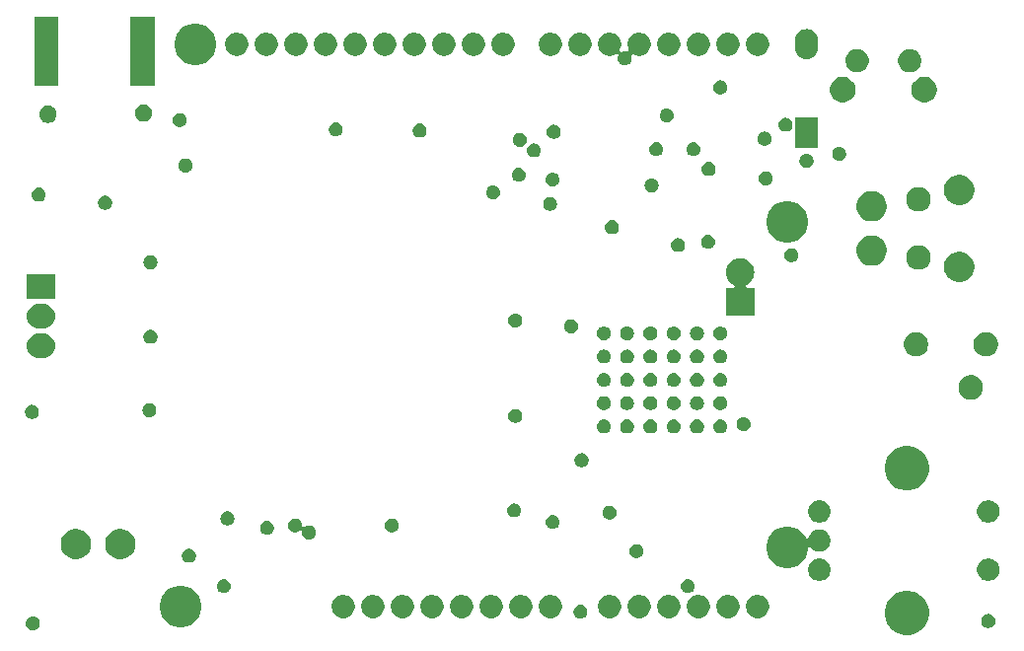
<source format=gbs>
G04 #@! TF.GenerationSoftware,KiCad,Pcbnew,5.0.1-33cea8e~68~ubuntu18.04.1*
G04 #@! TF.CreationDate,2018-11-27T01:55:08+01:00*
G04 #@! TF.ProjectId,ArduTrxDMRShield,41726475547278444D52536869656C64,x1.0*
G04 #@! TF.SameCoordinates,Original*
G04 #@! TF.FileFunction,Soldermask,Bot*
G04 #@! TF.FilePolarity,Negative*
%FSLAX46Y46*%
G04 Gerber Fmt 4.6, Leading zero omitted, Abs format (unit mm)*
G04 Created by KiCad (PCBNEW 5.0.1-33cea8e~68~ubuntu18.04.1) date Di 27 Nov 2018 01:55:08 CET*
%MOMM*%
%LPD*%
G01*
G04 APERTURE LIST*
%ADD10C,0.100000*%
G04 APERTURE END LIST*
D10*
G36*
X131554209Y-126173016D02*
X131899986Y-126316241D01*
X132211182Y-126524176D01*
X132475824Y-126788818D01*
X132683759Y-127100014D01*
X132826984Y-127445791D01*
X132900000Y-127812865D01*
X132900000Y-128187135D01*
X132826984Y-128554209D01*
X132683759Y-128899986D01*
X132475824Y-129211182D01*
X132211182Y-129475824D01*
X131899986Y-129683759D01*
X131554209Y-129826984D01*
X131187135Y-129900000D01*
X130812865Y-129900000D01*
X130445791Y-129826984D01*
X130100014Y-129683759D01*
X129788818Y-129475824D01*
X129524176Y-129211182D01*
X129316241Y-128899986D01*
X129173016Y-128554209D01*
X129100000Y-128187135D01*
X129100000Y-127812865D01*
X129173016Y-127445791D01*
X129316241Y-127100014D01*
X129524176Y-126788818D01*
X129788818Y-126524176D01*
X130100014Y-126316241D01*
X130445791Y-126173016D01*
X130812865Y-126100000D01*
X131187135Y-126100000D01*
X131554209Y-126173016D01*
X131554209Y-126173016D01*
G37*
G36*
X56175012Y-128323057D02*
X56284207Y-128368287D01*
X56382481Y-128433952D01*
X56466048Y-128517519D01*
X56531713Y-128615793D01*
X56576943Y-128724988D01*
X56600000Y-128840904D01*
X56600000Y-128959096D01*
X56576943Y-129075012D01*
X56531713Y-129184207D01*
X56466048Y-129282481D01*
X56382481Y-129366048D01*
X56284207Y-129431713D01*
X56175012Y-129476943D01*
X56059096Y-129500000D01*
X55940904Y-129500000D01*
X55824988Y-129476943D01*
X55715793Y-129431713D01*
X55617519Y-129366048D01*
X55533952Y-129282481D01*
X55468287Y-129184207D01*
X55423057Y-129075012D01*
X55400000Y-128959096D01*
X55400000Y-128840904D01*
X55423057Y-128724988D01*
X55468287Y-128615793D01*
X55533952Y-128517519D01*
X55617519Y-128433952D01*
X55715793Y-128368287D01*
X55824988Y-128323057D01*
X55940904Y-128300000D01*
X56059096Y-128300000D01*
X56175012Y-128323057D01*
X56175012Y-128323057D01*
G37*
G36*
X138175012Y-128123057D02*
X138284207Y-128168287D01*
X138382481Y-128233952D01*
X138466048Y-128317519D01*
X138531713Y-128415793D01*
X138576943Y-128524988D01*
X138600000Y-128640904D01*
X138600000Y-128759096D01*
X138576943Y-128875012D01*
X138531713Y-128984207D01*
X138466048Y-129082481D01*
X138382481Y-129166048D01*
X138284207Y-129231713D01*
X138175012Y-129276943D01*
X138059096Y-129300000D01*
X137940904Y-129300000D01*
X137824988Y-129276943D01*
X137715793Y-129231713D01*
X137617519Y-129166048D01*
X137533952Y-129082481D01*
X137468287Y-128984207D01*
X137423057Y-128875012D01*
X137400000Y-128759096D01*
X137400000Y-128640904D01*
X137423057Y-128524988D01*
X137468287Y-128415793D01*
X137533952Y-128317519D01*
X137617519Y-128233952D01*
X137715793Y-128168287D01*
X137824988Y-128123057D01*
X137940904Y-128100000D01*
X138059096Y-128100000D01*
X138175012Y-128123057D01*
X138175012Y-128123057D01*
G37*
G36*
X69191394Y-125741192D02*
X69516698Y-125875937D01*
X69809468Y-126071560D01*
X70058440Y-126320532D01*
X70254063Y-126613302D01*
X70388808Y-126938606D01*
X70457500Y-127283945D01*
X70457500Y-127636055D01*
X70388808Y-127981394D01*
X70254063Y-128306698D01*
X70058440Y-128599468D01*
X69809468Y-128848440D01*
X69516698Y-129044063D01*
X69191394Y-129178808D01*
X68846055Y-129247500D01*
X68493945Y-129247500D01*
X68148606Y-129178808D01*
X67823302Y-129044063D01*
X67530532Y-128848440D01*
X67281560Y-128599468D01*
X67085937Y-128306698D01*
X66951192Y-127981394D01*
X66882500Y-127636055D01*
X66882500Y-127283945D01*
X66951192Y-126938606D01*
X67085937Y-126613302D01*
X67281560Y-126320532D01*
X67530532Y-126071560D01*
X67823302Y-125875937D01*
X68148606Y-125741192D01*
X68493945Y-125672500D01*
X68846055Y-125672500D01*
X69191394Y-125741192D01*
X69191394Y-125741192D01*
G37*
G36*
X103175012Y-127323057D02*
X103284207Y-127368287D01*
X103382481Y-127433952D01*
X103466048Y-127517519D01*
X103531713Y-127615793D01*
X103576943Y-127724988D01*
X103600000Y-127840904D01*
X103600000Y-127959096D01*
X103576943Y-128075012D01*
X103531713Y-128184207D01*
X103466048Y-128282481D01*
X103382481Y-128366048D01*
X103284207Y-128431713D01*
X103175012Y-128476943D01*
X103059096Y-128500000D01*
X102940904Y-128500000D01*
X102824988Y-128476943D01*
X102715793Y-128431713D01*
X102617519Y-128366048D01*
X102533952Y-128282481D01*
X102468287Y-128184207D01*
X102423057Y-128075012D01*
X102400000Y-127959096D01*
X102400000Y-127840904D01*
X102423057Y-127724988D01*
X102468287Y-127615793D01*
X102533952Y-127517519D01*
X102617519Y-127433952D01*
X102715793Y-127368287D01*
X102824988Y-127323057D01*
X102940904Y-127300000D01*
X103059096Y-127300000D01*
X103175012Y-127323057D01*
X103175012Y-127323057D01*
G37*
G36*
X118375770Y-126475372D02*
X118491689Y-126498429D01*
X118673678Y-126573811D01*
X118837463Y-126683249D01*
X118976751Y-126822537D01*
X119086189Y-126986322D01*
X119161571Y-127168311D01*
X119200000Y-127361509D01*
X119200000Y-127558491D01*
X119161571Y-127751689D01*
X119086189Y-127933678D01*
X118976751Y-128097463D01*
X118837463Y-128236751D01*
X118673678Y-128346189D01*
X118491689Y-128421571D01*
X118375770Y-128444628D01*
X118298493Y-128460000D01*
X118101507Y-128460000D01*
X118024230Y-128444628D01*
X117908311Y-128421571D01*
X117726322Y-128346189D01*
X117562537Y-128236751D01*
X117423249Y-128097463D01*
X117313811Y-127933678D01*
X117238429Y-127751689D01*
X117200000Y-127558491D01*
X117200000Y-127361509D01*
X117238429Y-127168311D01*
X117313811Y-126986322D01*
X117423249Y-126822537D01*
X117562537Y-126683249D01*
X117726322Y-126573811D01*
X117908311Y-126498429D01*
X118024230Y-126475372D01*
X118101507Y-126460000D01*
X118298493Y-126460000D01*
X118375770Y-126475372D01*
X118375770Y-126475372D01*
G37*
G36*
X100595770Y-126475372D02*
X100711689Y-126498429D01*
X100893678Y-126573811D01*
X101057463Y-126683249D01*
X101196751Y-126822537D01*
X101306189Y-126986322D01*
X101381571Y-127168311D01*
X101420000Y-127361509D01*
X101420000Y-127558491D01*
X101381571Y-127751689D01*
X101306189Y-127933678D01*
X101196751Y-128097463D01*
X101057463Y-128236751D01*
X100893678Y-128346189D01*
X100711689Y-128421571D01*
X100595770Y-128444628D01*
X100518493Y-128460000D01*
X100321507Y-128460000D01*
X100244230Y-128444628D01*
X100128311Y-128421571D01*
X99946322Y-128346189D01*
X99782537Y-128236751D01*
X99643249Y-128097463D01*
X99533811Y-127933678D01*
X99458429Y-127751689D01*
X99420000Y-127558491D01*
X99420000Y-127361509D01*
X99458429Y-127168311D01*
X99533811Y-126986322D01*
X99643249Y-126822537D01*
X99782537Y-126683249D01*
X99946322Y-126573811D01*
X100128311Y-126498429D01*
X100244230Y-126475372D01*
X100321507Y-126460000D01*
X100518493Y-126460000D01*
X100595770Y-126475372D01*
X100595770Y-126475372D01*
G37*
G36*
X98055770Y-126475372D02*
X98171689Y-126498429D01*
X98353678Y-126573811D01*
X98517463Y-126683249D01*
X98656751Y-126822537D01*
X98766189Y-126986322D01*
X98841571Y-127168311D01*
X98880000Y-127361509D01*
X98880000Y-127558491D01*
X98841571Y-127751689D01*
X98766189Y-127933678D01*
X98656751Y-128097463D01*
X98517463Y-128236751D01*
X98353678Y-128346189D01*
X98171689Y-128421571D01*
X98055770Y-128444628D01*
X97978493Y-128460000D01*
X97781507Y-128460000D01*
X97704230Y-128444628D01*
X97588311Y-128421571D01*
X97406322Y-128346189D01*
X97242537Y-128236751D01*
X97103249Y-128097463D01*
X96993811Y-127933678D01*
X96918429Y-127751689D01*
X96880000Y-127558491D01*
X96880000Y-127361509D01*
X96918429Y-127168311D01*
X96993811Y-126986322D01*
X97103249Y-126822537D01*
X97242537Y-126683249D01*
X97406322Y-126573811D01*
X97588311Y-126498429D01*
X97704230Y-126475372D01*
X97781507Y-126460000D01*
X97978493Y-126460000D01*
X98055770Y-126475372D01*
X98055770Y-126475372D01*
G37*
G36*
X95515770Y-126475372D02*
X95631689Y-126498429D01*
X95813678Y-126573811D01*
X95977463Y-126683249D01*
X96116751Y-126822537D01*
X96226189Y-126986322D01*
X96301571Y-127168311D01*
X96340000Y-127361509D01*
X96340000Y-127558491D01*
X96301571Y-127751689D01*
X96226189Y-127933678D01*
X96116751Y-128097463D01*
X95977463Y-128236751D01*
X95813678Y-128346189D01*
X95631689Y-128421571D01*
X95515770Y-128444628D01*
X95438493Y-128460000D01*
X95241507Y-128460000D01*
X95164230Y-128444628D01*
X95048311Y-128421571D01*
X94866322Y-128346189D01*
X94702537Y-128236751D01*
X94563249Y-128097463D01*
X94453811Y-127933678D01*
X94378429Y-127751689D01*
X94340000Y-127558491D01*
X94340000Y-127361509D01*
X94378429Y-127168311D01*
X94453811Y-126986322D01*
X94563249Y-126822537D01*
X94702537Y-126683249D01*
X94866322Y-126573811D01*
X95048311Y-126498429D01*
X95164230Y-126475372D01*
X95241507Y-126460000D01*
X95438493Y-126460000D01*
X95515770Y-126475372D01*
X95515770Y-126475372D01*
G37*
G36*
X92975770Y-126475372D02*
X93091689Y-126498429D01*
X93273678Y-126573811D01*
X93437463Y-126683249D01*
X93576751Y-126822537D01*
X93686189Y-126986322D01*
X93761571Y-127168311D01*
X93800000Y-127361509D01*
X93800000Y-127558491D01*
X93761571Y-127751689D01*
X93686189Y-127933678D01*
X93576751Y-128097463D01*
X93437463Y-128236751D01*
X93273678Y-128346189D01*
X93091689Y-128421571D01*
X92975770Y-128444628D01*
X92898493Y-128460000D01*
X92701507Y-128460000D01*
X92624230Y-128444628D01*
X92508311Y-128421571D01*
X92326322Y-128346189D01*
X92162537Y-128236751D01*
X92023249Y-128097463D01*
X91913811Y-127933678D01*
X91838429Y-127751689D01*
X91800000Y-127558491D01*
X91800000Y-127361509D01*
X91838429Y-127168311D01*
X91913811Y-126986322D01*
X92023249Y-126822537D01*
X92162537Y-126683249D01*
X92326322Y-126573811D01*
X92508311Y-126498429D01*
X92624230Y-126475372D01*
X92701507Y-126460000D01*
X92898493Y-126460000D01*
X92975770Y-126475372D01*
X92975770Y-126475372D01*
G37*
G36*
X90435770Y-126475372D02*
X90551689Y-126498429D01*
X90733678Y-126573811D01*
X90897463Y-126683249D01*
X91036751Y-126822537D01*
X91146189Y-126986322D01*
X91221571Y-127168311D01*
X91260000Y-127361509D01*
X91260000Y-127558491D01*
X91221571Y-127751689D01*
X91146189Y-127933678D01*
X91036751Y-128097463D01*
X90897463Y-128236751D01*
X90733678Y-128346189D01*
X90551689Y-128421571D01*
X90435770Y-128444628D01*
X90358493Y-128460000D01*
X90161507Y-128460000D01*
X90084230Y-128444628D01*
X89968311Y-128421571D01*
X89786322Y-128346189D01*
X89622537Y-128236751D01*
X89483249Y-128097463D01*
X89373811Y-127933678D01*
X89298429Y-127751689D01*
X89260000Y-127558491D01*
X89260000Y-127361509D01*
X89298429Y-127168311D01*
X89373811Y-126986322D01*
X89483249Y-126822537D01*
X89622537Y-126683249D01*
X89786322Y-126573811D01*
X89968311Y-126498429D01*
X90084230Y-126475372D01*
X90161507Y-126460000D01*
X90358493Y-126460000D01*
X90435770Y-126475372D01*
X90435770Y-126475372D01*
G37*
G36*
X87895770Y-126475372D02*
X88011689Y-126498429D01*
X88193678Y-126573811D01*
X88357463Y-126683249D01*
X88496751Y-126822537D01*
X88606189Y-126986322D01*
X88681571Y-127168311D01*
X88720000Y-127361509D01*
X88720000Y-127558491D01*
X88681571Y-127751689D01*
X88606189Y-127933678D01*
X88496751Y-128097463D01*
X88357463Y-128236751D01*
X88193678Y-128346189D01*
X88011689Y-128421571D01*
X87895770Y-128444628D01*
X87818493Y-128460000D01*
X87621507Y-128460000D01*
X87544230Y-128444628D01*
X87428311Y-128421571D01*
X87246322Y-128346189D01*
X87082537Y-128236751D01*
X86943249Y-128097463D01*
X86833811Y-127933678D01*
X86758429Y-127751689D01*
X86720000Y-127558491D01*
X86720000Y-127361509D01*
X86758429Y-127168311D01*
X86833811Y-126986322D01*
X86943249Y-126822537D01*
X87082537Y-126683249D01*
X87246322Y-126573811D01*
X87428311Y-126498429D01*
X87544230Y-126475372D01*
X87621507Y-126460000D01*
X87818493Y-126460000D01*
X87895770Y-126475372D01*
X87895770Y-126475372D01*
G37*
G36*
X85355770Y-126475372D02*
X85471689Y-126498429D01*
X85653678Y-126573811D01*
X85817463Y-126683249D01*
X85956751Y-126822537D01*
X86066189Y-126986322D01*
X86141571Y-127168311D01*
X86180000Y-127361509D01*
X86180000Y-127558491D01*
X86141571Y-127751689D01*
X86066189Y-127933678D01*
X85956751Y-128097463D01*
X85817463Y-128236751D01*
X85653678Y-128346189D01*
X85471689Y-128421571D01*
X85355770Y-128444628D01*
X85278493Y-128460000D01*
X85081507Y-128460000D01*
X85004230Y-128444628D01*
X84888311Y-128421571D01*
X84706322Y-128346189D01*
X84542537Y-128236751D01*
X84403249Y-128097463D01*
X84293811Y-127933678D01*
X84218429Y-127751689D01*
X84180000Y-127558491D01*
X84180000Y-127361509D01*
X84218429Y-127168311D01*
X84293811Y-126986322D01*
X84403249Y-126822537D01*
X84542537Y-126683249D01*
X84706322Y-126573811D01*
X84888311Y-126498429D01*
X85004230Y-126475372D01*
X85081507Y-126460000D01*
X85278493Y-126460000D01*
X85355770Y-126475372D01*
X85355770Y-126475372D01*
G37*
G36*
X82815770Y-126475372D02*
X82931689Y-126498429D01*
X83113678Y-126573811D01*
X83277463Y-126683249D01*
X83416751Y-126822537D01*
X83526189Y-126986322D01*
X83601571Y-127168311D01*
X83640000Y-127361509D01*
X83640000Y-127558491D01*
X83601571Y-127751689D01*
X83526189Y-127933678D01*
X83416751Y-128097463D01*
X83277463Y-128236751D01*
X83113678Y-128346189D01*
X82931689Y-128421571D01*
X82815770Y-128444628D01*
X82738493Y-128460000D01*
X82541507Y-128460000D01*
X82464230Y-128444628D01*
X82348311Y-128421571D01*
X82166322Y-128346189D01*
X82002537Y-128236751D01*
X81863249Y-128097463D01*
X81753811Y-127933678D01*
X81678429Y-127751689D01*
X81640000Y-127558491D01*
X81640000Y-127361509D01*
X81678429Y-127168311D01*
X81753811Y-126986322D01*
X81863249Y-126822537D01*
X82002537Y-126683249D01*
X82166322Y-126573811D01*
X82348311Y-126498429D01*
X82464230Y-126475372D01*
X82541507Y-126460000D01*
X82738493Y-126460000D01*
X82815770Y-126475372D01*
X82815770Y-126475372D01*
G37*
G36*
X115835770Y-126475372D02*
X115951689Y-126498429D01*
X116133678Y-126573811D01*
X116297463Y-126683249D01*
X116436751Y-126822537D01*
X116546189Y-126986322D01*
X116621571Y-127168311D01*
X116660000Y-127361509D01*
X116660000Y-127558491D01*
X116621571Y-127751689D01*
X116546189Y-127933678D01*
X116436751Y-128097463D01*
X116297463Y-128236751D01*
X116133678Y-128346189D01*
X115951689Y-128421571D01*
X115835770Y-128444628D01*
X115758493Y-128460000D01*
X115561507Y-128460000D01*
X115484230Y-128444628D01*
X115368311Y-128421571D01*
X115186322Y-128346189D01*
X115022537Y-128236751D01*
X114883249Y-128097463D01*
X114773811Y-127933678D01*
X114698429Y-127751689D01*
X114660000Y-127558491D01*
X114660000Y-127361509D01*
X114698429Y-127168311D01*
X114773811Y-126986322D01*
X114883249Y-126822537D01*
X115022537Y-126683249D01*
X115186322Y-126573811D01*
X115368311Y-126498429D01*
X115484230Y-126475372D01*
X115561507Y-126460000D01*
X115758493Y-126460000D01*
X115835770Y-126475372D01*
X115835770Y-126475372D01*
G37*
G36*
X113295770Y-126475372D02*
X113411689Y-126498429D01*
X113593678Y-126573811D01*
X113757463Y-126683249D01*
X113896751Y-126822537D01*
X114006189Y-126986322D01*
X114081571Y-127168311D01*
X114120000Y-127361509D01*
X114120000Y-127558491D01*
X114081571Y-127751689D01*
X114006189Y-127933678D01*
X113896751Y-128097463D01*
X113757463Y-128236751D01*
X113593678Y-128346189D01*
X113411689Y-128421571D01*
X113295770Y-128444628D01*
X113218493Y-128460000D01*
X113021507Y-128460000D01*
X112944230Y-128444628D01*
X112828311Y-128421571D01*
X112646322Y-128346189D01*
X112482537Y-128236751D01*
X112343249Y-128097463D01*
X112233811Y-127933678D01*
X112158429Y-127751689D01*
X112120000Y-127558491D01*
X112120000Y-127361509D01*
X112158429Y-127168311D01*
X112233811Y-126986322D01*
X112343249Y-126822537D01*
X112482537Y-126683249D01*
X112646322Y-126573811D01*
X112828311Y-126498429D01*
X112944230Y-126475372D01*
X113021507Y-126460000D01*
X113218493Y-126460000D01*
X113295770Y-126475372D01*
X113295770Y-126475372D01*
G37*
G36*
X110755770Y-126475372D02*
X110871689Y-126498429D01*
X111053678Y-126573811D01*
X111217463Y-126683249D01*
X111356751Y-126822537D01*
X111466189Y-126986322D01*
X111541571Y-127168311D01*
X111580000Y-127361509D01*
X111580000Y-127558491D01*
X111541571Y-127751689D01*
X111466189Y-127933678D01*
X111356751Y-128097463D01*
X111217463Y-128236751D01*
X111053678Y-128346189D01*
X110871689Y-128421571D01*
X110755770Y-128444628D01*
X110678493Y-128460000D01*
X110481507Y-128460000D01*
X110404230Y-128444628D01*
X110288311Y-128421571D01*
X110106322Y-128346189D01*
X109942537Y-128236751D01*
X109803249Y-128097463D01*
X109693811Y-127933678D01*
X109618429Y-127751689D01*
X109580000Y-127558491D01*
X109580000Y-127361509D01*
X109618429Y-127168311D01*
X109693811Y-126986322D01*
X109803249Y-126822537D01*
X109942537Y-126683249D01*
X110106322Y-126573811D01*
X110288311Y-126498429D01*
X110404230Y-126475372D01*
X110481507Y-126460000D01*
X110678493Y-126460000D01*
X110755770Y-126475372D01*
X110755770Y-126475372D01*
G37*
G36*
X108215770Y-126475372D02*
X108331689Y-126498429D01*
X108513678Y-126573811D01*
X108677463Y-126683249D01*
X108816751Y-126822537D01*
X108926189Y-126986322D01*
X109001571Y-127168311D01*
X109040000Y-127361509D01*
X109040000Y-127558491D01*
X109001571Y-127751689D01*
X108926189Y-127933678D01*
X108816751Y-128097463D01*
X108677463Y-128236751D01*
X108513678Y-128346189D01*
X108331689Y-128421571D01*
X108215770Y-128444628D01*
X108138493Y-128460000D01*
X107941507Y-128460000D01*
X107864230Y-128444628D01*
X107748311Y-128421571D01*
X107566322Y-128346189D01*
X107402537Y-128236751D01*
X107263249Y-128097463D01*
X107153811Y-127933678D01*
X107078429Y-127751689D01*
X107040000Y-127558491D01*
X107040000Y-127361509D01*
X107078429Y-127168311D01*
X107153811Y-126986322D01*
X107263249Y-126822537D01*
X107402537Y-126683249D01*
X107566322Y-126573811D01*
X107748311Y-126498429D01*
X107864230Y-126475372D01*
X107941507Y-126460000D01*
X108138493Y-126460000D01*
X108215770Y-126475372D01*
X108215770Y-126475372D01*
G37*
G36*
X105675770Y-126475372D02*
X105791689Y-126498429D01*
X105973678Y-126573811D01*
X106137463Y-126683249D01*
X106276751Y-126822537D01*
X106386189Y-126986322D01*
X106461571Y-127168311D01*
X106500000Y-127361509D01*
X106500000Y-127558491D01*
X106461571Y-127751689D01*
X106386189Y-127933678D01*
X106276751Y-128097463D01*
X106137463Y-128236751D01*
X105973678Y-128346189D01*
X105791689Y-128421571D01*
X105675770Y-128444628D01*
X105598493Y-128460000D01*
X105401507Y-128460000D01*
X105324230Y-128444628D01*
X105208311Y-128421571D01*
X105026322Y-128346189D01*
X104862537Y-128236751D01*
X104723249Y-128097463D01*
X104613811Y-127933678D01*
X104538429Y-127751689D01*
X104500000Y-127558491D01*
X104500000Y-127361509D01*
X104538429Y-127168311D01*
X104613811Y-126986322D01*
X104723249Y-126822537D01*
X104862537Y-126683249D01*
X105026322Y-126573811D01*
X105208311Y-126498429D01*
X105324230Y-126475372D01*
X105401507Y-126460000D01*
X105598493Y-126460000D01*
X105675770Y-126475372D01*
X105675770Y-126475372D01*
G37*
G36*
X112375012Y-125123057D02*
X112484207Y-125168287D01*
X112582481Y-125233952D01*
X112666048Y-125317519D01*
X112731713Y-125415793D01*
X112776943Y-125524988D01*
X112800000Y-125640904D01*
X112800000Y-125759096D01*
X112776943Y-125875012D01*
X112731713Y-125984207D01*
X112666048Y-126082481D01*
X112582481Y-126166048D01*
X112484207Y-126231713D01*
X112375012Y-126276943D01*
X112259096Y-126300000D01*
X112140904Y-126300000D01*
X112024988Y-126276943D01*
X111915793Y-126231713D01*
X111817519Y-126166048D01*
X111733952Y-126082481D01*
X111668287Y-125984207D01*
X111623057Y-125875012D01*
X111600000Y-125759096D01*
X111600000Y-125640904D01*
X111623057Y-125524988D01*
X111668287Y-125415793D01*
X111733952Y-125317519D01*
X111817519Y-125233952D01*
X111915793Y-125168287D01*
X112024988Y-125123057D01*
X112140904Y-125100000D01*
X112259096Y-125100000D01*
X112375012Y-125123057D01*
X112375012Y-125123057D01*
G37*
G36*
X72575012Y-125123057D02*
X72684207Y-125168287D01*
X72782481Y-125233952D01*
X72866048Y-125317519D01*
X72931713Y-125415793D01*
X72976943Y-125524988D01*
X73000000Y-125640904D01*
X73000000Y-125759096D01*
X72976943Y-125875012D01*
X72931713Y-125984207D01*
X72866048Y-126082481D01*
X72782481Y-126166048D01*
X72684207Y-126231713D01*
X72575012Y-126276943D01*
X72459096Y-126300000D01*
X72340904Y-126300000D01*
X72224988Y-126276943D01*
X72115793Y-126231713D01*
X72017519Y-126166048D01*
X71933952Y-126082481D01*
X71868287Y-125984207D01*
X71823057Y-125875012D01*
X71800000Y-125759096D01*
X71800000Y-125640904D01*
X71823057Y-125524988D01*
X71868287Y-125415793D01*
X71933952Y-125317519D01*
X72017519Y-125233952D01*
X72115793Y-125168287D01*
X72224988Y-125123057D01*
X72340904Y-125100000D01*
X72459096Y-125100000D01*
X72575012Y-125123057D01*
X72575012Y-125123057D01*
G37*
G36*
X123780603Y-123374968D02*
X123780606Y-123374969D01*
X123780605Y-123374969D01*
X123955678Y-123447486D01*
X123955679Y-123447487D01*
X124113241Y-123552767D01*
X124247233Y-123686759D01*
X124247234Y-123686761D01*
X124352514Y-123844322D01*
X124402112Y-123964063D01*
X124425032Y-124019397D01*
X124462000Y-124205250D01*
X124462000Y-124394750D01*
X124425032Y-124580603D01*
X124425031Y-124580605D01*
X124352514Y-124755678D01*
X124352513Y-124755679D01*
X124247233Y-124913241D01*
X124113241Y-125047233D01*
X124034270Y-125100000D01*
X123955678Y-125152514D01*
X123820266Y-125208603D01*
X123780603Y-125225032D01*
X123594750Y-125262000D01*
X123405250Y-125262000D01*
X123219397Y-125225032D01*
X123179734Y-125208603D01*
X123044322Y-125152514D01*
X122965730Y-125100000D01*
X122886759Y-125047233D01*
X122752767Y-124913241D01*
X122647487Y-124755679D01*
X122647486Y-124755678D01*
X122574969Y-124580605D01*
X122574968Y-124580603D01*
X122538000Y-124394750D01*
X122538000Y-124205250D01*
X122574968Y-124019397D01*
X122597888Y-123964063D01*
X122647486Y-123844322D01*
X122752766Y-123686761D01*
X122752767Y-123686759D01*
X122886759Y-123552767D01*
X123044321Y-123447487D01*
X123044322Y-123447486D01*
X123219395Y-123374969D01*
X123219394Y-123374969D01*
X123219397Y-123374968D01*
X123405250Y-123338000D01*
X123594750Y-123338000D01*
X123780603Y-123374968D01*
X123780603Y-123374968D01*
G37*
G36*
X138280603Y-123374968D02*
X138280606Y-123374969D01*
X138280605Y-123374969D01*
X138455678Y-123447486D01*
X138455679Y-123447487D01*
X138613241Y-123552767D01*
X138747233Y-123686759D01*
X138747234Y-123686761D01*
X138852514Y-123844322D01*
X138902112Y-123964063D01*
X138925032Y-124019397D01*
X138962000Y-124205250D01*
X138962000Y-124394750D01*
X138925032Y-124580603D01*
X138925031Y-124580605D01*
X138852514Y-124755678D01*
X138852513Y-124755679D01*
X138747233Y-124913241D01*
X138613241Y-125047233D01*
X138534270Y-125100000D01*
X138455678Y-125152514D01*
X138320266Y-125208603D01*
X138280603Y-125225032D01*
X138094750Y-125262000D01*
X137905250Y-125262000D01*
X137719397Y-125225032D01*
X137679734Y-125208603D01*
X137544322Y-125152514D01*
X137465730Y-125100000D01*
X137386759Y-125047233D01*
X137252767Y-124913241D01*
X137147487Y-124755679D01*
X137147486Y-124755678D01*
X137074969Y-124580605D01*
X137074968Y-124580603D01*
X137038000Y-124394750D01*
X137038000Y-124205250D01*
X137074968Y-124019397D01*
X137097888Y-123964063D01*
X137147486Y-123844322D01*
X137252766Y-123686761D01*
X137252767Y-123686759D01*
X137386759Y-123552767D01*
X137544321Y-123447487D01*
X137544322Y-123447486D01*
X137719395Y-123374969D01*
X137719394Y-123374969D01*
X137719397Y-123374968D01*
X137905250Y-123338000D01*
X138094750Y-123338000D01*
X138280603Y-123374968D01*
X138280603Y-123374968D01*
G37*
G36*
X121261394Y-120661192D02*
X121586698Y-120795937D01*
X121879468Y-120991560D01*
X122128440Y-121240532D01*
X122324064Y-121533303D01*
X122334009Y-121557312D01*
X122345560Y-121578922D01*
X122361106Y-121597864D01*
X122380048Y-121613409D01*
X122401659Y-121624960D01*
X122425108Y-121632073D01*
X122449494Y-121634475D01*
X122473881Y-121632073D01*
X122497330Y-121624959D01*
X122518940Y-121613408D01*
X122537882Y-121597862D01*
X122553427Y-121578920D01*
X122564978Y-121557309D01*
X122572091Y-121533860D01*
X122574968Y-121519398D01*
X122589539Y-121484220D01*
X122647486Y-121344322D01*
X122752766Y-121186761D01*
X122752767Y-121186759D01*
X122886759Y-121052767D01*
X122994376Y-120980859D01*
X123044322Y-120947486D01*
X123201259Y-120882481D01*
X123219397Y-120874968D01*
X123405250Y-120838000D01*
X123594750Y-120838000D01*
X123780603Y-120874968D01*
X123798741Y-120882481D01*
X123955678Y-120947486D01*
X124005624Y-120980859D01*
X124113241Y-121052767D01*
X124247233Y-121186759D01*
X124247234Y-121186761D01*
X124352514Y-121344322D01*
X124408603Y-121479734D01*
X124425032Y-121519397D01*
X124462000Y-121705250D01*
X124462000Y-121894750D01*
X124425032Y-122080603D01*
X124425031Y-122080605D01*
X124352514Y-122255678D01*
X124352513Y-122255679D01*
X124247233Y-122413241D01*
X124113241Y-122547233D01*
X124033923Y-122600232D01*
X123955678Y-122652514D01*
X123820266Y-122708603D01*
X123780603Y-122725032D01*
X123594750Y-122762000D01*
X123405250Y-122762000D01*
X123219397Y-122725032D01*
X123179734Y-122708603D01*
X123044322Y-122652514D01*
X122966077Y-122600232D01*
X122886759Y-122547233D01*
X122748098Y-122408572D01*
X122740886Y-122399785D01*
X122721944Y-122384240D01*
X122700333Y-122372689D01*
X122676884Y-122365576D01*
X122652497Y-122363175D01*
X122628111Y-122365577D01*
X122604662Y-122372691D01*
X122583051Y-122384243D01*
X122564110Y-122399789D01*
X122548565Y-122418731D01*
X122537014Y-122440342D01*
X122529901Y-122463791D01*
X122527500Y-122488175D01*
X122527500Y-122556055D01*
X122458808Y-122901394D01*
X122324063Y-123226698D01*
X122128440Y-123519468D01*
X121879468Y-123768440D01*
X121586698Y-123964063D01*
X121261394Y-124098808D01*
X120916055Y-124167500D01*
X120563945Y-124167500D01*
X120218606Y-124098808D01*
X119893302Y-123964063D01*
X119600532Y-123768440D01*
X119351560Y-123519468D01*
X119155937Y-123226698D01*
X119021192Y-122901394D01*
X118952500Y-122556055D01*
X118952500Y-122203945D01*
X119021192Y-121858606D01*
X119155937Y-121533302D01*
X119351560Y-121240532D01*
X119600532Y-120991560D01*
X119893302Y-120795937D01*
X120218606Y-120661192D01*
X120563945Y-120592500D01*
X120916055Y-120592500D01*
X121261394Y-120661192D01*
X121261394Y-120661192D01*
G37*
G36*
X69575012Y-122523057D02*
X69684207Y-122568287D01*
X69782481Y-122633952D01*
X69866048Y-122717519D01*
X69931713Y-122815793D01*
X69976943Y-122924988D01*
X70000000Y-123040904D01*
X70000000Y-123159096D01*
X69976943Y-123275012D01*
X69931713Y-123384207D01*
X69866048Y-123482481D01*
X69782481Y-123566048D01*
X69684207Y-123631713D01*
X69575012Y-123676943D01*
X69459096Y-123700000D01*
X69340904Y-123700000D01*
X69224988Y-123676943D01*
X69115793Y-123631713D01*
X69017519Y-123566048D01*
X68933952Y-123482481D01*
X68868287Y-123384207D01*
X68823057Y-123275012D01*
X68800000Y-123159096D01*
X68800000Y-123040904D01*
X68823057Y-122924988D01*
X68868287Y-122815793D01*
X68933952Y-122717519D01*
X69017519Y-122633952D01*
X69115793Y-122568287D01*
X69224988Y-122523057D01*
X69340904Y-122500000D01*
X69459096Y-122500000D01*
X69575012Y-122523057D01*
X69575012Y-122523057D01*
G37*
G36*
X60074196Y-120849958D02*
X60310780Y-120947954D01*
X60523705Y-121090226D01*
X60704774Y-121271295D01*
X60847046Y-121484220D01*
X60945042Y-121720804D01*
X60995000Y-121971960D01*
X60995000Y-122228040D01*
X60945042Y-122479196D01*
X60847046Y-122715780D01*
X60704774Y-122928705D01*
X60523705Y-123109774D01*
X60310780Y-123252046D01*
X60074196Y-123350042D01*
X59823040Y-123400000D01*
X59566960Y-123400000D01*
X59315804Y-123350042D01*
X59079220Y-123252046D01*
X58866295Y-123109774D01*
X58685226Y-122928705D01*
X58542954Y-122715780D01*
X58444958Y-122479196D01*
X58395000Y-122228040D01*
X58395000Y-121971960D01*
X58444958Y-121720804D01*
X58542954Y-121484220D01*
X58685226Y-121271295D01*
X58866295Y-121090226D01*
X59079220Y-120947954D01*
X59315804Y-120849958D01*
X59566960Y-120800000D01*
X59823040Y-120800000D01*
X60074196Y-120849958D01*
X60074196Y-120849958D01*
G37*
G36*
X63884196Y-120849958D02*
X64120780Y-120947954D01*
X64333705Y-121090226D01*
X64514774Y-121271295D01*
X64657046Y-121484220D01*
X64755042Y-121720804D01*
X64805000Y-121971960D01*
X64805000Y-122228040D01*
X64755042Y-122479196D01*
X64657046Y-122715780D01*
X64514774Y-122928705D01*
X64333705Y-123109774D01*
X64120780Y-123252046D01*
X63884196Y-123350042D01*
X63633040Y-123400000D01*
X63376960Y-123400000D01*
X63125804Y-123350042D01*
X62889220Y-123252046D01*
X62676295Y-123109774D01*
X62495226Y-122928705D01*
X62352954Y-122715780D01*
X62254958Y-122479196D01*
X62205000Y-122228040D01*
X62205000Y-121971960D01*
X62254958Y-121720804D01*
X62352954Y-121484220D01*
X62495226Y-121271295D01*
X62676295Y-121090226D01*
X62889220Y-120947954D01*
X63125804Y-120849958D01*
X63376960Y-120800000D01*
X63633040Y-120800000D01*
X63884196Y-120849958D01*
X63884196Y-120849958D01*
G37*
G36*
X107975012Y-122123057D02*
X108084207Y-122168287D01*
X108182481Y-122233952D01*
X108266048Y-122317519D01*
X108331713Y-122415793D01*
X108376943Y-122524988D01*
X108400000Y-122640904D01*
X108400000Y-122759096D01*
X108376943Y-122875012D01*
X108331713Y-122984207D01*
X108266048Y-123082481D01*
X108182481Y-123166048D01*
X108084207Y-123231713D01*
X107975012Y-123276943D01*
X107859096Y-123300000D01*
X107740904Y-123300000D01*
X107624988Y-123276943D01*
X107515793Y-123231713D01*
X107417519Y-123166048D01*
X107333952Y-123082481D01*
X107268287Y-122984207D01*
X107223057Y-122875012D01*
X107200000Y-122759096D01*
X107200000Y-122640904D01*
X107223057Y-122524988D01*
X107268287Y-122415793D01*
X107333952Y-122317519D01*
X107417519Y-122233952D01*
X107515793Y-122168287D01*
X107624988Y-122123057D01*
X107740904Y-122100000D01*
X107859096Y-122100000D01*
X107975012Y-122123057D01*
X107975012Y-122123057D01*
G37*
G36*
X78675012Y-119923057D02*
X78784207Y-119968287D01*
X78882481Y-120033952D01*
X78966048Y-120117519D01*
X79031713Y-120215793D01*
X79076943Y-120324988D01*
X79100000Y-120440904D01*
X79100000Y-120549695D01*
X79102402Y-120574081D01*
X79109515Y-120597530D01*
X79121066Y-120619141D01*
X79136612Y-120638083D01*
X79155554Y-120653629D01*
X79177165Y-120665180D01*
X79200614Y-120672293D01*
X79225000Y-120674695D01*
X79249386Y-120672293D01*
X79272835Y-120665180D01*
X79294446Y-120653629D01*
X79313388Y-120638083D01*
X79317519Y-120633952D01*
X79415793Y-120568287D01*
X79524988Y-120523057D01*
X79640904Y-120500000D01*
X79759096Y-120500000D01*
X79875012Y-120523057D01*
X79984207Y-120568287D01*
X80082481Y-120633952D01*
X80166048Y-120717519D01*
X80231713Y-120815793D01*
X80276943Y-120924988D01*
X80300000Y-121040904D01*
X80300000Y-121159096D01*
X80276943Y-121275012D01*
X80231713Y-121384207D01*
X80166048Y-121482481D01*
X80082481Y-121566048D01*
X79984207Y-121631713D01*
X79875012Y-121676943D01*
X79759096Y-121700000D01*
X79640904Y-121700000D01*
X79524988Y-121676943D01*
X79415793Y-121631713D01*
X79317519Y-121566048D01*
X79233952Y-121482481D01*
X79168287Y-121384207D01*
X79123057Y-121275012D01*
X79100000Y-121159096D01*
X79100000Y-121050305D01*
X79097598Y-121025919D01*
X79090485Y-121002470D01*
X79078934Y-120980859D01*
X79063388Y-120961917D01*
X79044446Y-120946371D01*
X79022835Y-120934820D01*
X78999386Y-120927707D01*
X78975000Y-120925305D01*
X78950614Y-120927707D01*
X78927165Y-120934820D01*
X78905554Y-120946371D01*
X78886612Y-120961917D01*
X78882481Y-120966048D01*
X78784207Y-121031713D01*
X78675012Y-121076943D01*
X78559096Y-121100000D01*
X78440904Y-121100000D01*
X78324988Y-121076943D01*
X78215793Y-121031713D01*
X78117519Y-120966048D01*
X78033952Y-120882481D01*
X77968287Y-120784207D01*
X77923057Y-120675012D01*
X77900000Y-120559096D01*
X77900000Y-120440904D01*
X77923057Y-120324988D01*
X77968287Y-120215793D01*
X78033952Y-120117519D01*
X78117519Y-120033952D01*
X78215793Y-119968287D01*
X78324988Y-119923057D01*
X78440904Y-119900000D01*
X78559096Y-119900000D01*
X78675012Y-119923057D01*
X78675012Y-119923057D01*
G37*
G36*
X76275012Y-120123057D02*
X76384207Y-120168287D01*
X76482481Y-120233952D01*
X76566048Y-120317519D01*
X76631713Y-120415793D01*
X76676943Y-120524988D01*
X76700000Y-120640904D01*
X76700000Y-120759096D01*
X76676943Y-120875012D01*
X76631713Y-120984207D01*
X76566048Y-121082481D01*
X76482481Y-121166048D01*
X76384207Y-121231713D01*
X76275012Y-121276943D01*
X76159096Y-121300000D01*
X76040904Y-121300000D01*
X75924988Y-121276943D01*
X75815793Y-121231713D01*
X75717519Y-121166048D01*
X75633952Y-121082481D01*
X75568287Y-120984207D01*
X75523057Y-120875012D01*
X75500000Y-120759096D01*
X75500000Y-120640904D01*
X75523057Y-120524988D01*
X75568287Y-120415793D01*
X75633952Y-120317519D01*
X75717519Y-120233952D01*
X75815793Y-120168287D01*
X75924988Y-120123057D01*
X76040904Y-120100000D01*
X76159096Y-120100000D01*
X76275012Y-120123057D01*
X76275012Y-120123057D01*
G37*
G36*
X86975012Y-119923057D02*
X87084207Y-119968287D01*
X87182481Y-120033952D01*
X87266048Y-120117519D01*
X87331713Y-120215793D01*
X87376943Y-120324988D01*
X87400000Y-120440904D01*
X87400000Y-120559096D01*
X87376943Y-120675012D01*
X87331713Y-120784207D01*
X87266048Y-120882481D01*
X87182481Y-120966048D01*
X87084207Y-121031713D01*
X86975012Y-121076943D01*
X86859096Y-121100000D01*
X86740904Y-121100000D01*
X86624988Y-121076943D01*
X86515793Y-121031713D01*
X86417519Y-120966048D01*
X86333952Y-120882481D01*
X86268287Y-120784207D01*
X86223057Y-120675012D01*
X86200000Y-120559096D01*
X86200000Y-120440904D01*
X86223057Y-120324988D01*
X86268287Y-120215793D01*
X86333952Y-120117519D01*
X86417519Y-120033952D01*
X86515793Y-119968287D01*
X86624988Y-119923057D01*
X86740904Y-119900000D01*
X86859096Y-119900000D01*
X86975012Y-119923057D01*
X86975012Y-119923057D01*
G37*
G36*
X100775012Y-119623057D02*
X100884207Y-119668287D01*
X100982481Y-119733952D01*
X101066048Y-119817519D01*
X101131713Y-119915793D01*
X101176943Y-120024988D01*
X101200000Y-120140904D01*
X101200000Y-120259096D01*
X101176943Y-120375012D01*
X101131713Y-120484207D01*
X101066048Y-120582481D01*
X100982481Y-120666048D01*
X100884207Y-120731713D01*
X100775012Y-120776943D01*
X100659096Y-120800000D01*
X100540904Y-120800000D01*
X100424988Y-120776943D01*
X100315793Y-120731713D01*
X100217519Y-120666048D01*
X100133952Y-120582481D01*
X100068287Y-120484207D01*
X100023057Y-120375012D01*
X100000000Y-120259096D01*
X100000000Y-120140904D01*
X100023057Y-120024988D01*
X100068287Y-119915793D01*
X100133952Y-119817519D01*
X100217519Y-119733952D01*
X100315793Y-119668287D01*
X100424988Y-119623057D01*
X100540904Y-119600000D01*
X100659096Y-119600000D01*
X100775012Y-119623057D01*
X100775012Y-119623057D01*
G37*
G36*
X72875012Y-119323057D02*
X72984207Y-119368287D01*
X73082481Y-119433952D01*
X73166048Y-119517519D01*
X73231713Y-119615793D01*
X73276943Y-119724988D01*
X73300000Y-119840904D01*
X73300000Y-119959096D01*
X73276943Y-120075012D01*
X73231713Y-120184207D01*
X73166048Y-120282481D01*
X73082481Y-120366048D01*
X72984207Y-120431713D01*
X72875012Y-120476943D01*
X72759096Y-120500000D01*
X72640904Y-120500000D01*
X72524988Y-120476943D01*
X72415793Y-120431713D01*
X72317519Y-120366048D01*
X72233952Y-120282481D01*
X72168287Y-120184207D01*
X72123057Y-120075012D01*
X72100000Y-119959096D01*
X72100000Y-119840904D01*
X72123057Y-119724988D01*
X72168287Y-119615793D01*
X72233952Y-119517519D01*
X72317519Y-119433952D01*
X72415793Y-119368287D01*
X72524988Y-119323057D01*
X72640904Y-119300000D01*
X72759096Y-119300000D01*
X72875012Y-119323057D01*
X72875012Y-119323057D01*
G37*
G36*
X123780603Y-118374968D02*
X123780606Y-118374969D01*
X123780605Y-118374969D01*
X123955678Y-118447486D01*
X123955679Y-118447487D01*
X124113241Y-118552767D01*
X124247233Y-118686759D01*
X124247234Y-118686761D01*
X124352514Y-118844322D01*
X124408603Y-118979734D01*
X124425032Y-119019397D01*
X124462000Y-119205250D01*
X124462000Y-119394750D01*
X124425032Y-119580603D01*
X124425031Y-119580605D01*
X124352514Y-119755678D01*
X124322899Y-119800000D01*
X124247233Y-119913241D01*
X124113241Y-120047233D01*
X124071667Y-120075012D01*
X123955678Y-120152514D01*
X123820266Y-120208603D01*
X123780603Y-120225032D01*
X123594750Y-120262000D01*
X123405250Y-120262000D01*
X123219397Y-120225032D01*
X123179734Y-120208603D01*
X123044322Y-120152514D01*
X122928333Y-120075012D01*
X122886759Y-120047233D01*
X122752767Y-119913241D01*
X122677101Y-119800000D01*
X122647486Y-119755678D01*
X122574969Y-119580605D01*
X122574968Y-119580603D01*
X122538000Y-119394750D01*
X122538000Y-119205250D01*
X122574968Y-119019397D01*
X122591397Y-118979734D01*
X122647486Y-118844322D01*
X122752766Y-118686761D01*
X122752767Y-118686759D01*
X122886759Y-118552767D01*
X123044321Y-118447487D01*
X123044322Y-118447486D01*
X123219395Y-118374969D01*
X123219394Y-118374969D01*
X123219397Y-118374968D01*
X123405250Y-118338000D01*
X123594750Y-118338000D01*
X123780603Y-118374968D01*
X123780603Y-118374968D01*
G37*
G36*
X138280603Y-118374968D02*
X138280606Y-118374969D01*
X138280605Y-118374969D01*
X138455678Y-118447486D01*
X138455679Y-118447487D01*
X138613241Y-118552767D01*
X138747233Y-118686759D01*
X138747234Y-118686761D01*
X138852514Y-118844322D01*
X138908603Y-118979734D01*
X138925032Y-119019397D01*
X138962000Y-119205250D01*
X138962000Y-119394750D01*
X138925032Y-119580603D01*
X138925031Y-119580605D01*
X138852514Y-119755678D01*
X138822899Y-119800000D01*
X138747233Y-119913241D01*
X138613241Y-120047233D01*
X138571667Y-120075012D01*
X138455678Y-120152514D01*
X138320266Y-120208603D01*
X138280603Y-120225032D01*
X138094750Y-120262000D01*
X137905250Y-120262000D01*
X137719397Y-120225032D01*
X137679734Y-120208603D01*
X137544322Y-120152514D01*
X137428333Y-120075012D01*
X137386759Y-120047233D01*
X137252767Y-119913241D01*
X137177101Y-119800000D01*
X137147486Y-119755678D01*
X137074969Y-119580605D01*
X137074968Y-119580603D01*
X137038000Y-119394750D01*
X137038000Y-119205250D01*
X137074968Y-119019397D01*
X137091397Y-118979734D01*
X137147486Y-118844322D01*
X137252766Y-118686761D01*
X137252767Y-118686759D01*
X137386759Y-118552767D01*
X137544321Y-118447487D01*
X137544322Y-118447486D01*
X137719395Y-118374969D01*
X137719394Y-118374969D01*
X137719397Y-118374968D01*
X137905250Y-118338000D01*
X138094750Y-118338000D01*
X138280603Y-118374968D01*
X138280603Y-118374968D01*
G37*
G36*
X105675012Y-118823057D02*
X105784207Y-118868287D01*
X105882481Y-118933952D01*
X105966048Y-119017519D01*
X106031713Y-119115793D01*
X106076943Y-119224988D01*
X106100000Y-119340904D01*
X106100000Y-119459096D01*
X106076943Y-119575012D01*
X106031713Y-119684207D01*
X105966048Y-119782481D01*
X105882481Y-119866048D01*
X105784207Y-119931713D01*
X105675012Y-119976943D01*
X105559096Y-120000000D01*
X105440904Y-120000000D01*
X105324988Y-119976943D01*
X105215793Y-119931713D01*
X105117519Y-119866048D01*
X105033952Y-119782481D01*
X104968287Y-119684207D01*
X104923057Y-119575012D01*
X104900000Y-119459096D01*
X104900000Y-119340904D01*
X104923057Y-119224988D01*
X104968287Y-119115793D01*
X105033952Y-119017519D01*
X105117519Y-118933952D01*
X105215793Y-118868287D01*
X105324988Y-118823057D01*
X105440904Y-118800000D01*
X105559096Y-118800000D01*
X105675012Y-118823057D01*
X105675012Y-118823057D01*
G37*
G36*
X97475012Y-118623057D02*
X97584207Y-118668287D01*
X97682481Y-118733952D01*
X97766048Y-118817519D01*
X97831713Y-118915793D01*
X97876943Y-119024988D01*
X97900000Y-119140904D01*
X97900000Y-119259096D01*
X97876943Y-119375012D01*
X97831713Y-119484207D01*
X97766048Y-119582481D01*
X97682481Y-119666048D01*
X97584207Y-119731713D01*
X97475012Y-119776943D01*
X97359096Y-119800000D01*
X97240904Y-119800000D01*
X97124988Y-119776943D01*
X97015793Y-119731713D01*
X96917519Y-119666048D01*
X96833952Y-119582481D01*
X96768287Y-119484207D01*
X96723057Y-119375012D01*
X96700000Y-119259096D01*
X96700000Y-119140904D01*
X96723057Y-119024988D01*
X96768287Y-118915793D01*
X96833952Y-118817519D01*
X96917519Y-118733952D01*
X97015793Y-118668287D01*
X97124988Y-118623057D01*
X97240904Y-118600000D01*
X97359096Y-118600000D01*
X97475012Y-118623057D01*
X97475012Y-118623057D01*
G37*
G36*
X131554209Y-113773016D02*
X131899986Y-113916241D01*
X132211182Y-114124176D01*
X132475824Y-114388818D01*
X132683759Y-114700014D01*
X132826984Y-115045791D01*
X132900000Y-115412865D01*
X132900000Y-115787135D01*
X132826984Y-116154209D01*
X132683759Y-116499986D01*
X132475824Y-116811182D01*
X132211182Y-117075824D01*
X131899986Y-117283759D01*
X131554209Y-117426984D01*
X131187135Y-117500000D01*
X130812865Y-117500000D01*
X130445791Y-117426984D01*
X130100014Y-117283759D01*
X129788818Y-117075824D01*
X129524176Y-116811182D01*
X129316241Y-116499986D01*
X129173016Y-116154209D01*
X129100000Y-115787135D01*
X129100000Y-115412865D01*
X129173016Y-115045791D01*
X129316241Y-114700014D01*
X129524176Y-114388818D01*
X129788818Y-114124176D01*
X130100014Y-113916241D01*
X130445791Y-113773016D01*
X130812865Y-113700000D01*
X131187135Y-113700000D01*
X131554209Y-113773016D01*
X131554209Y-113773016D01*
G37*
G36*
X103275012Y-114323057D02*
X103384207Y-114368287D01*
X103482481Y-114433952D01*
X103566048Y-114517519D01*
X103631713Y-114615793D01*
X103676943Y-114724988D01*
X103700000Y-114840904D01*
X103700000Y-114959096D01*
X103676943Y-115075012D01*
X103631713Y-115184207D01*
X103566048Y-115282481D01*
X103482481Y-115366048D01*
X103384207Y-115431713D01*
X103275012Y-115476943D01*
X103159096Y-115500000D01*
X103040904Y-115500000D01*
X102924988Y-115476943D01*
X102815793Y-115431713D01*
X102717519Y-115366048D01*
X102633952Y-115282481D01*
X102568287Y-115184207D01*
X102523057Y-115075012D01*
X102500000Y-114959096D01*
X102500000Y-114840904D01*
X102523057Y-114724988D01*
X102568287Y-114615793D01*
X102633952Y-114517519D01*
X102717519Y-114433952D01*
X102815793Y-114368287D01*
X102924988Y-114323057D01*
X103040904Y-114300000D01*
X103159096Y-114300000D01*
X103275012Y-114323057D01*
X103275012Y-114323057D01*
G37*
G36*
X115175012Y-111423057D02*
X115284207Y-111468287D01*
X115382481Y-111533952D01*
X115466048Y-111617519D01*
X115531713Y-111715793D01*
X115576943Y-111824988D01*
X115600000Y-111940904D01*
X115600000Y-112059096D01*
X115576943Y-112175012D01*
X115531713Y-112284207D01*
X115466048Y-112382481D01*
X115382481Y-112466048D01*
X115284207Y-112531713D01*
X115175012Y-112576943D01*
X115059096Y-112600000D01*
X114940904Y-112600000D01*
X114824988Y-112576943D01*
X114715793Y-112531713D01*
X114617519Y-112466048D01*
X114533952Y-112382481D01*
X114468287Y-112284207D01*
X114423057Y-112175012D01*
X114400000Y-112059096D01*
X114400000Y-111940904D01*
X114423057Y-111824988D01*
X114468287Y-111715793D01*
X114533952Y-111617519D01*
X114617519Y-111533952D01*
X114715793Y-111468287D01*
X114824988Y-111423057D01*
X114940904Y-111400000D01*
X115059096Y-111400000D01*
X115175012Y-111423057D01*
X115175012Y-111423057D01*
G37*
G36*
X113175012Y-111423057D02*
X113284207Y-111468287D01*
X113382481Y-111533952D01*
X113466048Y-111617519D01*
X113531713Y-111715793D01*
X113576943Y-111824988D01*
X113600000Y-111940904D01*
X113600000Y-112059096D01*
X113576943Y-112175012D01*
X113531713Y-112284207D01*
X113466048Y-112382481D01*
X113382481Y-112466048D01*
X113284207Y-112531713D01*
X113175012Y-112576943D01*
X113059096Y-112600000D01*
X112940904Y-112600000D01*
X112824988Y-112576943D01*
X112715793Y-112531713D01*
X112617519Y-112466048D01*
X112533952Y-112382481D01*
X112468287Y-112284207D01*
X112423057Y-112175012D01*
X112400000Y-112059096D01*
X112400000Y-111940904D01*
X112423057Y-111824988D01*
X112468287Y-111715793D01*
X112533952Y-111617519D01*
X112617519Y-111533952D01*
X112715793Y-111468287D01*
X112824988Y-111423057D01*
X112940904Y-111400000D01*
X113059096Y-111400000D01*
X113175012Y-111423057D01*
X113175012Y-111423057D01*
G37*
G36*
X111175012Y-111423057D02*
X111284207Y-111468287D01*
X111382481Y-111533952D01*
X111466048Y-111617519D01*
X111531713Y-111715793D01*
X111576943Y-111824988D01*
X111600000Y-111940904D01*
X111600000Y-112059096D01*
X111576943Y-112175012D01*
X111531713Y-112284207D01*
X111466048Y-112382481D01*
X111382481Y-112466048D01*
X111284207Y-112531713D01*
X111175012Y-112576943D01*
X111059096Y-112600000D01*
X110940904Y-112600000D01*
X110824988Y-112576943D01*
X110715793Y-112531713D01*
X110617519Y-112466048D01*
X110533952Y-112382481D01*
X110468287Y-112284207D01*
X110423057Y-112175012D01*
X110400000Y-112059096D01*
X110400000Y-111940904D01*
X110423057Y-111824988D01*
X110468287Y-111715793D01*
X110533952Y-111617519D01*
X110617519Y-111533952D01*
X110715793Y-111468287D01*
X110824988Y-111423057D01*
X110940904Y-111400000D01*
X111059096Y-111400000D01*
X111175012Y-111423057D01*
X111175012Y-111423057D01*
G37*
G36*
X109175012Y-111423057D02*
X109284207Y-111468287D01*
X109382481Y-111533952D01*
X109466048Y-111617519D01*
X109531713Y-111715793D01*
X109576943Y-111824988D01*
X109600000Y-111940904D01*
X109600000Y-112059096D01*
X109576943Y-112175012D01*
X109531713Y-112284207D01*
X109466048Y-112382481D01*
X109382481Y-112466048D01*
X109284207Y-112531713D01*
X109175012Y-112576943D01*
X109059096Y-112600000D01*
X108940904Y-112600000D01*
X108824988Y-112576943D01*
X108715793Y-112531713D01*
X108617519Y-112466048D01*
X108533952Y-112382481D01*
X108468287Y-112284207D01*
X108423057Y-112175012D01*
X108400000Y-112059096D01*
X108400000Y-111940904D01*
X108423057Y-111824988D01*
X108468287Y-111715793D01*
X108533952Y-111617519D01*
X108617519Y-111533952D01*
X108715793Y-111468287D01*
X108824988Y-111423057D01*
X108940904Y-111400000D01*
X109059096Y-111400000D01*
X109175012Y-111423057D01*
X109175012Y-111423057D01*
G37*
G36*
X107175012Y-111423057D02*
X107284207Y-111468287D01*
X107382481Y-111533952D01*
X107466048Y-111617519D01*
X107531713Y-111715793D01*
X107576943Y-111824988D01*
X107600000Y-111940904D01*
X107600000Y-112059096D01*
X107576943Y-112175012D01*
X107531713Y-112284207D01*
X107466048Y-112382481D01*
X107382481Y-112466048D01*
X107284207Y-112531713D01*
X107175012Y-112576943D01*
X107059096Y-112600000D01*
X106940904Y-112600000D01*
X106824988Y-112576943D01*
X106715793Y-112531713D01*
X106617519Y-112466048D01*
X106533952Y-112382481D01*
X106468287Y-112284207D01*
X106423057Y-112175012D01*
X106400000Y-112059096D01*
X106400000Y-111940904D01*
X106423057Y-111824988D01*
X106468287Y-111715793D01*
X106533952Y-111617519D01*
X106617519Y-111533952D01*
X106715793Y-111468287D01*
X106824988Y-111423057D01*
X106940904Y-111400000D01*
X107059096Y-111400000D01*
X107175012Y-111423057D01*
X107175012Y-111423057D01*
G37*
G36*
X105175012Y-111423057D02*
X105284207Y-111468287D01*
X105382481Y-111533952D01*
X105466048Y-111617519D01*
X105531713Y-111715793D01*
X105576943Y-111824988D01*
X105600000Y-111940904D01*
X105600000Y-112059096D01*
X105576943Y-112175012D01*
X105531713Y-112284207D01*
X105466048Y-112382481D01*
X105382481Y-112466048D01*
X105284207Y-112531713D01*
X105175012Y-112576943D01*
X105059096Y-112600000D01*
X104940904Y-112600000D01*
X104824988Y-112576943D01*
X104715793Y-112531713D01*
X104617519Y-112466048D01*
X104533952Y-112382481D01*
X104468287Y-112284207D01*
X104423057Y-112175012D01*
X104400000Y-112059096D01*
X104400000Y-111940904D01*
X104423057Y-111824988D01*
X104468287Y-111715793D01*
X104533952Y-111617519D01*
X104617519Y-111533952D01*
X104715793Y-111468287D01*
X104824988Y-111423057D01*
X104940904Y-111400000D01*
X105059096Y-111400000D01*
X105175012Y-111423057D01*
X105175012Y-111423057D01*
G37*
G36*
X117175012Y-111223057D02*
X117284207Y-111268287D01*
X117382481Y-111333952D01*
X117466048Y-111417519D01*
X117531713Y-111515793D01*
X117576943Y-111624988D01*
X117600000Y-111740904D01*
X117600000Y-111859096D01*
X117576943Y-111975012D01*
X117531713Y-112084207D01*
X117466048Y-112182481D01*
X117382481Y-112266048D01*
X117284207Y-112331713D01*
X117175012Y-112376943D01*
X117059096Y-112400000D01*
X116940904Y-112400000D01*
X116824988Y-112376943D01*
X116715793Y-112331713D01*
X116617519Y-112266048D01*
X116533952Y-112182481D01*
X116468287Y-112084207D01*
X116423057Y-111975012D01*
X116400000Y-111859096D01*
X116400000Y-111740904D01*
X116423057Y-111624988D01*
X116468287Y-111515793D01*
X116533952Y-111417519D01*
X116617519Y-111333952D01*
X116715793Y-111268287D01*
X116824988Y-111223057D01*
X116940904Y-111200000D01*
X117059096Y-111200000D01*
X117175012Y-111223057D01*
X117175012Y-111223057D01*
G37*
G36*
X97575012Y-110523057D02*
X97684207Y-110568287D01*
X97782481Y-110633952D01*
X97866048Y-110717519D01*
X97931713Y-110815793D01*
X97976943Y-110924988D01*
X98000000Y-111040904D01*
X98000000Y-111159096D01*
X97976943Y-111275012D01*
X97931713Y-111384207D01*
X97866048Y-111482481D01*
X97782481Y-111566048D01*
X97684207Y-111631713D01*
X97575012Y-111676943D01*
X97459096Y-111700000D01*
X97340904Y-111700000D01*
X97224988Y-111676943D01*
X97115793Y-111631713D01*
X97017519Y-111566048D01*
X96933952Y-111482481D01*
X96868287Y-111384207D01*
X96823057Y-111275012D01*
X96800000Y-111159096D01*
X96800000Y-111040904D01*
X96823057Y-110924988D01*
X96868287Y-110815793D01*
X96933952Y-110717519D01*
X97017519Y-110633952D01*
X97115793Y-110568287D01*
X97224988Y-110523057D01*
X97340904Y-110500000D01*
X97459096Y-110500000D01*
X97575012Y-110523057D01*
X97575012Y-110523057D01*
G37*
G36*
X56102024Y-110169187D02*
X56211219Y-110214417D01*
X56309493Y-110280082D01*
X56393060Y-110363649D01*
X56458725Y-110461923D01*
X56503955Y-110571118D01*
X56527012Y-110687034D01*
X56527012Y-110805226D01*
X56503955Y-110921142D01*
X56458725Y-111030337D01*
X56393060Y-111128611D01*
X56309493Y-111212178D01*
X56211219Y-111277843D01*
X56102024Y-111323073D01*
X55986108Y-111346130D01*
X55867916Y-111346130D01*
X55752000Y-111323073D01*
X55642805Y-111277843D01*
X55544531Y-111212178D01*
X55460964Y-111128611D01*
X55395299Y-111030337D01*
X55350069Y-110921142D01*
X55327012Y-110805226D01*
X55327012Y-110687034D01*
X55350069Y-110571118D01*
X55395299Y-110461923D01*
X55460964Y-110363649D01*
X55544531Y-110280082D01*
X55642805Y-110214417D01*
X55752000Y-110169187D01*
X55867916Y-110146130D01*
X55986108Y-110146130D01*
X56102024Y-110169187D01*
X56102024Y-110169187D01*
G37*
G36*
X66175012Y-110023057D02*
X66284207Y-110068287D01*
X66382481Y-110133952D01*
X66466048Y-110217519D01*
X66531713Y-110315793D01*
X66576943Y-110424988D01*
X66600000Y-110540904D01*
X66600000Y-110659096D01*
X66576943Y-110775012D01*
X66531713Y-110884207D01*
X66466048Y-110982481D01*
X66382481Y-111066048D01*
X66284207Y-111131713D01*
X66175012Y-111176943D01*
X66059096Y-111200000D01*
X65940904Y-111200000D01*
X65824988Y-111176943D01*
X65715793Y-111131713D01*
X65617519Y-111066048D01*
X65533952Y-110982481D01*
X65468287Y-110884207D01*
X65423057Y-110775012D01*
X65400000Y-110659096D01*
X65400000Y-110540904D01*
X65423057Y-110424988D01*
X65468287Y-110315793D01*
X65533952Y-110217519D01*
X65617519Y-110133952D01*
X65715793Y-110068287D01*
X65824988Y-110023057D01*
X65940904Y-110000000D01*
X66059096Y-110000000D01*
X66175012Y-110023057D01*
X66175012Y-110023057D01*
G37*
G36*
X105175012Y-109423057D02*
X105284207Y-109468287D01*
X105382481Y-109533952D01*
X105466048Y-109617519D01*
X105531713Y-109715793D01*
X105576943Y-109824988D01*
X105600000Y-109940904D01*
X105600000Y-110059096D01*
X105576943Y-110175012D01*
X105531713Y-110284207D01*
X105466048Y-110382481D01*
X105382481Y-110466048D01*
X105284207Y-110531713D01*
X105175012Y-110576943D01*
X105059096Y-110600000D01*
X104940904Y-110600000D01*
X104824988Y-110576943D01*
X104715793Y-110531713D01*
X104617519Y-110466048D01*
X104533952Y-110382481D01*
X104468287Y-110284207D01*
X104423057Y-110175012D01*
X104400000Y-110059096D01*
X104400000Y-109940904D01*
X104423057Y-109824988D01*
X104468287Y-109715793D01*
X104533952Y-109617519D01*
X104617519Y-109533952D01*
X104715793Y-109468287D01*
X104824988Y-109423057D01*
X104940904Y-109400000D01*
X105059096Y-109400000D01*
X105175012Y-109423057D01*
X105175012Y-109423057D01*
G37*
G36*
X111175012Y-109423057D02*
X111284207Y-109468287D01*
X111382481Y-109533952D01*
X111466048Y-109617519D01*
X111531713Y-109715793D01*
X111576943Y-109824988D01*
X111600000Y-109940904D01*
X111600000Y-110059096D01*
X111576943Y-110175012D01*
X111531713Y-110284207D01*
X111466048Y-110382481D01*
X111382481Y-110466048D01*
X111284207Y-110531713D01*
X111175012Y-110576943D01*
X111059096Y-110600000D01*
X110940904Y-110600000D01*
X110824988Y-110576943D01*
X110715793Y-110531713D01*
X110617519Y-110466048D01*
X110533952Y-110382481D01*
X110468287Y-110284207D01*
X110423057Y-110175012D01*
X110400000Y-110059096D01*
X110400000Y-109940904D01*
X110423057Y-109824988D01*
X110468287Y-109715793D01*
X110533952Y-109617519D01*
X110617519Y-109533952D01*
X110715793Y-109468287D01*
X110824988Y-109423057D01*
X110940904Y-109400000D01*
X111059096Y-109400000D01*
X111175012Y-109423057D01*
X111175012Y-109423057D01*
G37*
G36*
X107175012Y-109423057D02*
X107284207Y-109468287D01*
X107382481Y-109533952D01*
X107466048Y-109617519D01*
X107531713Y-109715793D01*
X107576943Y-109824988D01*
X107600000Y-109940904D01*
X107600000Y-110059096D01*
X107576943Y-110175012D01*
X107531713Y-110284207D01*
X107466048Y-110382481D01*
X107382481Y-110466048D01*
X107284207Y-110531713D01*
X107175012Y-110576943D01*
X107059096Y-110600000D01*
X106940904Y-110600000D01*
X106824988Y-110576943D01*
X106715793Y-110531713D01*
X106617519Y-110466048D01*
X106533952Y-110382481D01*
X106468287Y-110284207D01*
X106423057Y-110175012D01*
X106400000Y-110059096D01*
X106400000Y-109940904D01*
X106423057Y-109824988D01*
X106468287Y-109715793D01*
X106533952Y-109617519D01*
X106617519Y-109533952D01*
X106715793Y-109468287D01*
X106824988Y-109423057D01*
X106940904Y-109400000D01*
X107059096Y-109400000D01*
X107175012Y-109423057D01*
X107175012Y-109423057D01*
G37*
G36*
X115175012Y-109423057D02*
X115284207Y-109468287D01*
X115382481Y-109533952D01*
X115466048Y-109617519D01*
X115531713Y-109715793D01*
X115576943Y-109824988D01*
X115600000Y-109940904D01*
X115600000Y-110059096D01*
X115576943Y-110175012D01*
X115531713Y-110284207D01*
X115466048Y-110382481D01*
X115382481Y-110466048D01*
X115284207Y-110531713D01*
X115175012Y-110576943D01*
X115059096Y-110600000D01*
X114940904Y-110600000D01*
X114824988Y-110576943D01*
X114715793Y-110531713D01*
X114617519Y-110466048D01*
X114533952Y-110382481D01*
X114468287Y-110284207D01*
X114423057Y-110175012D01*
X114400000Y-110059096D01*
X114400000Y-109940904D01*
X114423057Y-109824988D01*
X114468287Y-109715793D01*
X114533952Y-109617519D01*
X114617519Y-109533952D01*
X114715793Y-109468287D01*
X114824988Y-109423057D01*
X114940904Y-109400000D01*
X115059096Y-109400000D01*
X115175012Y-109423057D01*
X115175012Y-109423057D01*
G37*
G36*
X109175012Y-109423057D02*
X109284207Y-109468287D01*
X109382481Y-109533952D01*
X109466048Y-109617519D01*
X109531713Y-109715793D01*
X109576943Y-109824988D01*
X109600000Y-109940904D01*
X109600000Y-110059096D01*
X109576943Y-110175012D01*
X109531713Y-110284207D01*
X109466048Y-110382481D01*
X109382481Y-110466048D01*
X109284207Y-110531713D01*
X109175012Y-110576943D01*
X109059096Y-110600000D01*
X108940904Y-110600000D01*
X108824988Y-110576943D01*
X108715793Y-110531713D01*
X108617519Y-110466048D01*
X108533952Y-110382481D01*
X108468287Y-110284207D01*
X108423057Y-110175012D01*
X108400000Y-110059096D01*
X108400000Y-109940904D01*
X108423057Y-109824988D01*
X108468287Y-109715793D01*
X108533952Y-109617519D01*
X108617519Y-109533952D01*
X108715793Y-109468287D01*
X108824988Y-109423057D01*
X108940904Y-109400000D01*
X109059096Y-109400000D01*
X109175012Y-109423057D01*
X109175012Y-109423057D01*
G37*
G36*
X113175012Y-109423057D02*
X113284207Y-109468287D01*
X113382481Y-109533952D01*
X113466048Y-109617519D01*
X113531713Y-109715793D01*
X113576943Y-109824988D01*
X113600000Y-109940904D01*
X113600000Y-110059096D01*
X113576943Y-110175012D01*
X113531713Y-110284207D01*
X113466048Y-110382481D01*
X113382481Y-110466048D01*
X113284207Y-110531713D01*
X113175012Y-110576943D01*
X113059096Y-110600000D01*
X112940904Y-110600000D01*
X112824988Y-110576943D01*
X112715793Y-110531713D01*
X112617519Y-110466048D01*
X112533952Y-110382481D01*
X112468287Y-110284207D01*
X112423057Y-110175012D01*
X112400000Y-110059096D01*
X112400000Y-109940904D01*
X112423057Y-109824988D01*
X112468287Y-109715793D01*
X112533952Y-109617519D01*
X112617519Y-109533952D01*
X112715793Y-109468287D01*
X112824988Y-109423057D01*
X112940904Y-109400000D01*
X113059096Y-109400000D01*
X113175012Y-109423057D01*
X113175012Y-109423057D01*
G37*
G36*
X136625888Y-107604470D02*
X136806274Y-107640350D01*
X136997362Y-107719502D01*
X137169336Y-107834411D01*
X137315589Y-107980664D01*
X137430498Y-108152638D01*
X137509650Y-108343726D01*
X137550000Y-108546584D01*
X137550000Y-108753416D01*
X137509650Y-108956274D01*
X137430498Y-109147362D01*
X137315589Y-109319336D01*
X137169336Y-109465589D01*
X136997362Y-109580498D01*
X136806274Y-109659650D01*
X136625888Y-109695530D01*
X136603417Y-109700000D01*
X136396583Y-109700000D01*
X136374112Y-109695530D01*
X136193726Y-109659650D01*
X136002638Y-109580498D01*
X135830664Y-109465589D01*
X135684411Y-109319336D01*
X135569502Y-109147362D01*
X135490350Y-108956274D01*
X135450000Y-108753416D01*
X135450000Y-108546584D01*
X135490350Y-108343726D01*
X135569502Y-108152638D01*
X135684411Y-107980664D01*
X135830664Y-107834411D01*
X136002638Y-107719502D01*
X136193726Y-107640350D01*
X136374112Y-107604470D01*
X136396583Y-107600000D01*
X136603417Y-107600000D01*
X136625888Y-107604470D01*
X136625888Y-107604470D01*
G37*
G36*
X115175012Y-107423057D02*
X115284207Y-107468287D01*
X115382481Y-107533952D01*
X115466048Y-107617519D01*
X115531713Y-107715793D01*
X115576943Y-107824988D01*
X115600000Y-107940904D01*
X115600000Y-108059096D01*
X115576943Y-108175012D01*
X115531713Y-108284207D01*
X115466048Y-108382481D01*
X115382481Y-108466048D01*
X115284207Y-108531713D01*
X115175012Y-108576943D01*
X115059096Y-108600000D01*
X114940904Y-108600000D01*
X114824988Y-108576943D01*
X114715793Y-108531713D01*
X114617519Y-108466048D01*
X114533952Y-108382481D01*
X114468287Y-108284207D01*
X114423057Y-108175012D01*
X114400000Y-108059096D01*
X114400000Y-107940904D01*
X114423057Y-107824988D01*
X114468287Y-107715793D01*
X114533952Y-107617519D01*
X114617519Y-107533952D01*
X114715793Y-107468287D01*
X114824988Y-107423057D01*
X114940904Y-107400000D01*
X115059096Y-107400000D01*
X115175012Y-107423057D01*
X115175012Y-107423057D01*
G37*
G36*
X105175012Y-107423057D02*
X105284207Y-107468287D01*
X105382481Y-107533952D01*
X105466048Y-107617519D01*
X105531713Y-107715793D01*
X105576943Y-107824988D01*
X105600000Y-107940904D01*
X105600000Y-108059096D01*
X105576943Y-108175012D01*
X105531713Y-108284207D01*
X105466048Y-108382481D01*
X105382481Y-108466048D01*
X105284207Y-108531713D01*
X105175012Y-108576943D01*
X105059096Y-108600000D01*
X104940904Y-108600000D01*
X104824988Y-108576943D01*
X104715793Y-108531713D01*
X104617519Y-108466048D01*
X104533952Y-108382481D01*
X104468287Y-108284207D01*
X104423057Y-108175012D01*
X104400000Y-108059096D01*
X104400000Y-107940904D01*
X104423057Y-107824988D01*
X104468287Y-107715793D01*
X104533952Y-107617519D01*
X104617519Y-107533952D01*
X104715793Y-107468287D01*
X104824988Y-107423057D01*
X104940904Y-107400000D01*
X105059096Y-107400000D01*
X105175012Y-107423057D01*
X105175012Y-107423057D01*
G37*
G36*
X111175012Y-107423057D02*
X111284207Y-107468287D01*
X111382481Y-107533952D01*
X111466048Y-107617519D01*
X111531713Y-107715793D01*
X111576943Y-107824988D01*
X111600000Y-107940904D01*
X111600000Y-108059096D01*
X111576943Y-108175012D01*
X111531713Y-108284207D01*
X111466048Y-108382481D01*
X111382481Y-108466048D01*
X111284207Y-108531713D01*
X111175012Y-108576943D01*
X111059096Y-108600000D01*
X110940904Y-108600000D01*
X110824988Y-108576943D01*
X110715793Y-108531713D01*
X110617519Y-108466048D01*
X110533952Y-108382481D01*
X110468287Y-108284207D01*
X110423057Y-108175012D01*
X110400000Y-108059096D01*
X110400000Y-107940904D01*
X110423057Y-107824988D01*
X110468287Y-107715793D01*
X110533952Y-107617519D01*
X110617519Y-107533952D01*
X110715793Y-107468287D01*
X110824988Y-107423057D01*
X110940904Y-107400000D01*
X111059096Y-107400000D01*
X111175012Y-107423057D01*
X111175012Y-107423057D01*
G37*
G36*
X113175012Y-107423057D02*
X113284207Y-107468287D01*
X113382481Y-107533952D01*
X113466048Y-107617519D01*
X113531713Y-107715793D01*
X113576943Y-107824988D01*
X113600000Y-107940904D01*
X113600000Y-108059096D01*
X113576943Y-108175012D01*
X113531713Y-108284207D01*
X113466048Y-108382481D01*
X113382481Y-108466048D01*
X113284207Y-108531713D01*
X113175012Y-108576943D01*
X113059096Y-108600000D01*
X112940904Y-108600000D01*
X112824988Y-108576943D01*
X112715793Y-108531713D01*
X112617519Y-108466048D01*
X112533952Y-108382481D01*
X112468287Y-108284207D01*
X112423057Y-108175012D01*
X112400000Y-108059096D01*
X112400000Y-107940904D01*
X112423057Y-107824988D01*
X112468287Y-107715793D01*
X112533952Y-107617519D01*
X112617519Y-107533952D01*
X112715793Y-107468287D01*
X112824988Y-107423057D01*
X112940904Y-107400000D01*
X113059096Y-107400000D01*
X113175012Y-107423057D01*
X113175012Y-107423057D01*
G37*
G36*
X109175012Y-107423057D02*
X109284207Y-107468287D01*
X109382481Y-107533952D01*
X109466048Y-107617519D01*
X109531713Y-107715793D01*
X109576943Y-107824988D01*
X109600000Y-107940904D01*
X109600000Y-108059096D01*
X109576943Y-108175012D01*
X109531713Y-108284207D01*
X109466048Y-108382481D01*
X109382481Y-108466048D01*
X109284207Y-108531713D01*
X109175012Y-108576943D01*
X109059096Y-108600000D01*
X108940904Y-108600000D01*
X108824988Y-108576943D01*
X108715793Y-108531713D01*
X108617519Y-108466048D01*
X108533952Y-108382481D01*
X108468287Y-108284207D01*
X108423057Y-108175012D01*
X108400000Y-108059096D01*
X108400000Y-107940904D01*
X108423057Y-107824988D01*
X108468287Y-107715793D01*
X108533952Y-107617519D01*
X108617519Y-107533952D01*
X108715793Y-107468287D01*
X108824988Y-107423057D01*
X108940904Y-107400000D01*
X109059096Y-107400000D01*
X109175012Y-107423057D01*
X109175012Y-107423057D01*
G37*
G36*
X107175012Y-107423057D02*
X107284207Y-107468287D01*
X107382481Y-107533952D01*
X107466048Y-107617519D01*
X107531713Y-107715793D01*
X107576943Y-107824988D01*
X107600000Y-107940904D01*
X107600000Y-108059096D01*
X107576943Y-108175012D01*
X107531713Y-108284207D01*
X107466048Y-108382481D01*
X107382481Y-108466048D01*
X107284207Y-108531713D01*
X107175012Y-108576943D01*
X107059096Y-108600000D01*
X106940904Y-108600000D01*
X106824988Y-108576943D01*
X106715793Y-108531713D01*
X106617519Y-108466048D01*
X106533952Y-108382481D01*
X106468287Y-108284207D01*
X106423057Y-108175012D01*
X106400000Y-108059096D01*
X106400000Y-107940904D01*
X106423057Y-107824988D01*
X106468287Y-107715793D01*
X106533952Y-107617519D01*
X106617519Y-107533952D01*
X106715793Y-107468287D01*
X106824988Y-107423057D01*
X106940904Y-107400000D01*
X107059096Y-107400000D01*
X107175012Y-107423057D01*
X107175012Y-107423057D01*
G37*
G36*
X105175012Y-105423057D02*
X105284207Y-105468287D01*
X105382481Y-105533952D01*
X105466048Y-105617519D01*
X105531713Y-105715793D01*
X105576943Y-105824988D01*
X105600000Y-105940904D01*
X105600000Y-106059096D01*
X105576943Y-106175012D01*
X105531713Y-106284207D01*
X105466048Y-106382481D01*
X105382481Y-106466048D01*
X105284207Y-106531713D01*
X105175012Y-106576943D01*
X105059096Y-106600000D01*
X104940904Y-106600000D01*
X104824988Y-106576943D01*
X104715793Y-106531713D01*
X104617519Y-106466048D01*
X104533952Y-106382481D01*
X104468287Y-106284207D01*
X104423057Y-106175012D01*
X104400000Y-106059096D01*
X104400000Y-105940904D01*
X104423057Y-105824988D01*
X104468287Y-105715793D01*
X104533952Y-105617519D01*
X104617519Y-105533952D01*
X104715793Y-105468287D01*
X104824988Y-105423057D01*
X104940904Y-105400000D01*
X105059096Y-105400000D01*
X105175012Y-105423057D01*
X105175012Y-105423057D01*
G37*
G36*
X113175012Y-105423057D02*
X113284207Y-105468287D01*
X113382481Y-105533952D01*
X113466048Y-105617519D01*
X113531713Y-105715793D01*
X113576943Y-105824988D01*
X113600000Y-105940904D01*
X113600000Y-106059096D01*
X113576943Y-106175012D01*
X113531713Y-106284207D01*
X113466048Y-106382481D01*
X113382481Y-106466048D01*
X113284207Y-106531713D01*
X113175012Y-106576943D01*
X113059096Y-106600000D01*
X112940904Y-106600000D01*
X112824988Y-106576943D01*
X112715793Y-106531713D01*
X112617519Y-106466048D01*
X112533952Y-106382481D01*
X112468287Y-106284207D01*
X112423057Y-106175012D01*
X112400000Y-106059096D01*
X112400000Y-105940904D01*
X112423057Y-105824988D01*
X112468287Y-105715793D01*
X112533952Y-105617519D01*
X112617519Y-105533952D01*
X112715793Y-105468287D01*
X112824988Y-105423057D01*
X112940904Y-105400000D01*
X113059096Y-105400000D01*
X113175012Y-105423057D01*
X113175012Y-105423057D01*
G37*
G36*
X107175012Y-105423057D02*
X107284207Y-105468287D01*
X107382481Y-105533952D01*
X107466048Y-105617519D01*
X107531713Y-105715793D01*
X107576943Y-105824988D01*
X107600000Y-105940904D01*
X107600000Y-106059096D01*
X107576943Y-106175012D01*
X107531713Y-106284207D01*
X107466048Y-106382481D01*
X107382481Y-106466048D01*
X107284207Y-106531713D01*
X107175012Y-106576943D01*
X107059096Y-106600000D01*
X106940904Y-106600000D01*
X106824988Y-106576943D01*
X106715793Y-106531713D01*
X106617519Y-106466048D01*
X106533952Y-106382481D01*
X106468287Y-106284207D01*
X106423057Y-106175012D01*
X106400000Y-106059096D01*
X106400000Y-105940904D01*
X106423057Y-105824988D01*
X106468287Y-105715793D01*
X106533952Y-105617519D01*
X106617519Y-105533952D01*
X106715793Y-105468287D01*
X106824988Y-105423057D01*
X106940904Y-105400000D01*
X107059096Y-105400000D01*
X107175012Y-105423057D01*
X107175012Y-105423057D01*
G37*
G36*
X109175012Y-105423057D02*
X109284207Y-105468287D01*
X109382481Y-105533952D01*
X109466048Y-105617519D01*
X109531713Y-105715793D01*
X109576943Y-105824988D01*
X109600000Y-105940904D01*
X109600000Y-106059096D01*
X109576943Y-106175012D01*
X109531713Y-106284207D01*
X109466048Y-106382481D01*
X109382481Y-106466048D01*
X109284207Y-106531713D01*
X109175012Y-106576943D01*
X109059096Y-106600000D01*
X108940904Y-106600000D01*
X108824988Y-106576943D01*
X108715793Y-106531713D01*
X108617519Y-106466048D01*
X108533952Y-106382481D01*
X108468287Y-106284207D01*
X108423057Y-106175012D01*
X108400000Y-106059096D01*
X108400000Y-105940904D01*
X108423057Y-105824988D01*
X108468287Y-105715793D01*
X108533952Y-105617519D01*
X108617519Y-105533952D01*
X108715793Y-105468287D01*
X108824988Y-105423057D01*
X108940904Y-105400000D01*
X109059096Y-105400000D01*
X109175012Y-105423057D01*
X109175012Y-105423057D01*
G37*
G36*
X111175012Y-105423057D02*
X111284207Y-105468287D01*
X111382481Y-105533952D01*
X111466048Y-105617519D01*
X111531713Y-105715793D01*
X111576943Y-105824988D01*
X111600000Y-105940904D01*
X111600000Y-106059096D01*
X111576943Y-106175012D01*
X111531713Y-106284207D01*
X111466048Y-106382481D01*
X111382481Y-106466048D01*
X111284207Y-106531713D01*
X111175012Y-106576943D01*
X111059096Y-106600000D01*
X110940904Y-106600000D01*
X110824988Y-106576943D01*
X110715793Y-106531713D01*
X110617519Y-106466048D01*
X110533952Y-106382481D01*
X110468287Y-106284207D01*
X110423057Y-106175012D01*
X110400000Y-106059096D01*
X110400000Y-105940904D01*
X110423057Y-105824988D01*
X110468287Y-105715793D01*
X110533952Y-105617519D01*
X110617519Y-105533952D01*
X110715793Y-105468287D01*
X110824988Y-105423057D01*
X110940904Y-105400000D01*
X111059096Y-105400000D01*
X111175012Y-105423057D01*
X111175012Y-105423057D01*
G37*
G36*
X115175012Y-105423057D02*
X115284207Y-105468287D01*
X115382481Y-105533952D01*
X115466048Y-105617519D01*
X115531713Y-105715793D01*
X115576943Y-105824988D01*
X115600000Y-105940904D01*
X115600000Y-106059096D01*
X115576943Y-106175012D01*
X115531713Y-106284207D01*
X115466048Y-106382481D01*
X115382481Y-106466048D01*
X115284207Y-106531713D01*
X115175012Y-106576943D01*
X115059096Y-106600000D01*
X114940904Y-106600000D01*
X114824988Y-106576943D01*
X114715793Y-106531713D01*
X114617519Y-106466048D01*
X114533952Y-106382481D01*
X114468287Y-106284207D01*
X114423057Y-106175012D01*
X114400000Y-106059096D01*
X114400000Y-105940904D01*
X114423057Y-105824988D01*
X114468287Y-105715793D01*
X114533952Y-105617519D01*
X114617519Y-105533952D01*
X114715793Y-105468287D01*
X114824988Y-105423057D01*
X114940904Y-105400000D01*
X115059096Y-105400000D01*
X115175012Y-105423057D01*
X115175012Y-105423057D01*
G37*
G36*
X57060903Y-104031789D02*
X57261391Y-104092607D01*
X57446164Y-104191369D01*
X57608118Y-104324282D01*
X57741031Y-104486236D01*
X57839793Y-104671009D01*
X57900611Y-104871497D01*
X57921146Y-105080000D01*
X57900611Y-105288503D01*
X57839793Y-105488991D01*
X57741031Y-105673764D01*
X57608118Y-105835718D01*
X57446164Y-105968631D01*
X57261391Y-106067393D01*
X57060903Y-106128211D01*
X56904651Y-106143600D01*
X56495349Y-106143600D01*
X56339097Y-106128211D01*
X56138609Y-106067393D01*
X55953836Y-105968631D01*
X55791882Y-105835718D01*
X55658969Y-105673764D01*
X55560207Y-105488991D01*
X55499389Y-105288503D01*
X55478854Y-105080000D01*
X55499389Y-104871497D01*
X55560207Y-104671009D01*
X55658969Y-104486236D01*
X55791882Y-104324282D01*
X55953836Y-104191369D01*
X56138609Y-104092607D01*
X56339097Y-104031789D01*
X56495349Y-104016400D01*
X56904651Y-104016400D01*
X57060903Y-104031789D01*
X57060903Y-104031789D01*
G37*
G36*
X137925888Y-103904470D02*
X138106274Y-103940350D01*
X138297362Y-104019502D01*
X138469336Y-104134411D01*
X138615589Y-104280664D01*
X138730498Y-104452638D01*
X138809650Y-104643726D01*
X138850000Y-104846584D01*
X138850000Y-105053416D01*
X138809650Y-105256274D01*
X138730498Y-105447362D01*
X138615589Y-105619336D01*
X138469336Y-105765589D01*
X138297362Y-105880498D01*
X138106274Y-105959650D01*
X137925888Y-105995530D01*
X137903417Y-106000000D01*
X137696583Y-106000000D01*
X137674112Y-105995530D01*
X137493726Y-105959650D01*
X137302638Y-105880498D01*
X137130664Y-105765589D01*
X136984411Y-105619336D01*
X136869502Y-105447362D01*
X136790350Y-105256274D01*
X136750000Y-105053416D01*
X136750000Y-104846584D01*
X136790350Y-104643726D01*
X136869502Y-104452638D01*
X136984411Y-104280664D01*
X137130664Y-104134411D01*
X137302638Y-104019502D01*
X137493726Y-103940350D01*
X137674112Y-103904470D01*
X137696583Y-103900000D01*
X137903417Y-103900000D01*
X137925888Y-103904470D01*
X137925888Y-103904470D01*
G37*
G36*
X131925888Y-103904470D02*
X132106274Y-103940350D01*
X132297362Y-104019502D01*
X132469336Y-104134411D01*
X132615589Y-104280664D01*
X132730498Y-104452638D01*
X132809650Y-104643726D01*
X132850000Y-104846584D01*
X132850000Y-105053416D01*
X132809650Y-105256274D01*
X132730498Y-105447362D01*
X132615589Y-105619336D01*
X132469336Y-105765589D01*
X132297362Y-105880498D01*
X132106274Y-105959650D01*
X131925888Y-105995530D01*
X131903417Y-106000000D01*
X131696583Y-106000000D01*
X131674112Y-105995530D01*
X131493726Y-105959650D01*
X131302638Y-105880498D01*
X131130664Y-105765589D01*
X130984411Y-105619336D01*
X130869502Y-105447362D01*
X130790350Y-105256274D01*
X130750000Y-105053416D01*
X130750000Y-104846584D01*
X130790350Y-104643726D01*
X130869502Y-104452638D01*
X130984411Y-104280664D01*
X131130664Y-104134411D01*
X131302638Y-104019502D01*
X131493726Y-103940350D01*
X131674112Y-103904470D01*
X131696583Y-103900000D01*
X131903417Y-103900000D01*
X131925888Y-103904470D01*
X131925888Y-103904470D01*
G37*
G36*
X66275012Y-103723057D02*
X66384207Y-103768287D01*
X66482481Y-103833952D01*
X66566048Y-103917519D01*
X66631713Y-104015793D01*
X66676943Y-104124988D01*
X66700000Y-104240904D01*
X66700000Y-104359096D01*
X66676943Y-104475012D01*
X66631713Y-104584207D01*
X66566048Y-104682481D01*
X66482481Y-104766048D01*
X66384207Y-104831713D01*
X66275012Y-104876943D01*
X66159096Y-104900000D01*
X66040904Y-104900000D01*
X65924988Y-104876943D01*
X65815793Y-104831713D01*
X65717519Y-104766048D01*
X65633952Y-104682481D01*
X65568287Y-104584207D01*
X65523057Y-104475012D01*
X65500000Y-104359096D01*
X65500000Y-104240904D01*
X65523057Y-104124988D01*
X65568287Y-104015793D01*
X65633952Y-103917519D01*
X65717519Y-103833952D01*
X65815793Y-103768287D01*
X65924988Y-103723057D01*
X66040904Y-103700000D01*
X66159096Y-103700000D01*
X66275012Y-103723057D01*
X66275012Y-103723057D01*
G37*
G36*
X113175012Y-103423057D02*
X113284207Y-103468287D01*
X113382481Y-103533952D01*
X113466048Y-103617519D01*
X113531713Y-103715793D01*
X113576943Y-103824988D01*
X113600000Y-103940904D01*
X113600000Y-104059096D01*
X113576943Y-104175012D01*
X113531713Y-104284207D01*
X113466048Y-104382481D01*
X113382481Y-104466048D01*
X113284207Y-104531713D01*
X113175012Y-104576943D01*
X113059096Y-104600000D01*
X112940904Y-104600000D01*
X112824988Y-104576943D01*
X112715793Y-104531713D01*
X112617519Y-104466048D01*
X112533952Y-104382481D01*
X112468287Y-104284207D01*
X112423057Y-104175012D01*
X112400000Y-104059096D01*
X112400000Y-103940904D01*
X112423057Y-103824988D01*
X112468287Y-103715793D01*
X112533952Y-103617519D01*
X112617519Y-103533952D01*
X112715793Y-103468287D01*
X112824988Y-103423057D01*
X112940904Y-103400000D01*
X113059096Y-103400000D01*
X113175012Y-103423057D01*
X113175012Y-103423057D01*
G37*
G36*
X109175012Y-103423057D02*
X109284207Y-103468287D01*
X109382481Y-103533952D01*
X109466048Y-103617519D01*
X109531713Y-103715793D01*
X109576943Y-103824988D01*
X109600000Y-103940904D01*
X109600000Y-104059096D01*
X109576943Y-104175012D01*
X109531713Y-104284207D01*
X109466048Y-104382481D01*
X109382481Y-104466048D01*
X109284207Y-104531713D01*
X109175012Y-104576943D01*
X109059096Y-104600000D01*
X108940904Y-104600000D01*
X108824988Y-104576943D01*
X108715793Y-104531713D01*
X108617519Y-104466048D01*
X108533952Y-104382481D01*
X108468287Y-104284207D01*
X108423057Y-104175012D01*
X108400000Y-104059096D01*
X108400000Y-103940904D01*
X108423057Y-103824988D01*
X108468287Y-103715793D01*
X108533952Y-103617519D01*
X108617519Y-103533952D01*
X108715793Y-103468287D01*
X108824988Y-103423057D01*
X108940904Y-103400000D01*
X109059096Y-103400000D01*
X109175012Y-103423057D01*
X109175012Y-103423057D01*
G37*
G36*
X111175012Y-103423057D02*
X111284207Y-103468287D01*
X111382481Y-103533952D01*
X111466048Y-103617519D01*
X111531713Y-103715793D01*
X111576943Y-103824988D01*
X111600000Y-103940904D01*
X111600000Y-104059096D01*
X111576943Y-104175012D01*
X111531713Y-104284207D01*
X111466048Y-104382481D01*
X111382481Y-104466048D01*
X111284207Y-104531713D01*
X111175012Y-104576943D01*
X111059096Y-104600000D01*
X110940904Y-104600000D01*
X110824988Y-104576943D01*
X110715793Y-104531713D01*
X110617519Y-104466048D01*
X110533952Y-104382481D01*
X110468287Y-104284207D01*
X110423057Y-104175012D01*
X110400000Y-104059096D01*
X110400000Y-103940904D01*
X110423057Y-103824988D01*
X110468287Y-103715793D01*
X110533952Y-103617519D01*
X110617519Y-103533952D01*
X110715793Y-103468287D01*
X110824988Y-103423057D01*
X110940904Y-103400000D01*
X111059096Y-103400000D01*
X111175012Y-103423057D01*
X111175012Y-103423057D01*
G37*
G36*
X105175012Y-103423057D02*
X105284207Y-103468287D01*
X105382481Y-103533952D01*
X105466048Y-103617519D01*
X105531713Y-103715793D01*
X105576943Y-103824988D01*
X105600000Y-103940904D01*
X105600000Y-104059096D01*
X105576943Y-104175012D01*
X105531713Y-104284207D01*
X105466048Y-104382481D01*
X105382481Y-104466048D01*
X105284207Y-104531713D01*
X105175012Y-104576943D01*
X105059096Y-104600000D01*
X104940904Y-104600000D01*
X104824988Y-104576943D01*
X104715793Y-104531713D01*
X104617519Y-104466048D01*
X104533952Y-104382481D01*
X104468287Y-104284207D01*
X104423057Y-104175012D01*
X104400000Y-104059096D01*
X104400000Y-103940904D01*
X104423057Y-103824988D01*
X104468287Y-103715793D01*
X104533952Y-103617519D01*
X104617519Y-103533952D01*
X104715793Y-103468287D01*
X104824988Y-103423057D01*
X104940904Y-103400000D01*
X105059096Y-103400000D01*
X105175012Y-103423057D01*
X105175012Y-103423057D01*
G37*
G36*
X107175012Y-103423057D02*
X107284207Y-103468287D01*
X107382481Y-103533952D01*
X107466048Y-103617519D01*
X107531713Y-103715793D01*
X107576943Y-103824988D01*
X107600000Y-103940904D01*
X107600000Y-104059096D01*
X107576943Y-104175012D01*
X107531713Y-104284207D01*
X107466048Y-104382481D01*
X107382481Y-104466048D01*
X107284207Y-104531713D01*
X107175012Y-104576943D01*
X107059096Y-104600000D01*
X106940904Y-104600000D01*
X106824988Y-104576943D01*
X106715793Y-104531713D01*
X106617519Y-104466048D01*
X106533952Y-104382481D01*
X106468287Y-104284207D01*
X106423057Y-104175012D01*
X106400000Y-104059096D01*
X106400000Y-103940904D01*
X106423057Y-103824988D01*
X106468287Y-103715793D01*
X106533952Y-103617519D01*
X106617519Y-103533952D01*
X106715793Y-103468287D01*
X106824988Y-103423057D01*
X106940904Y-103400000D01*
X107059096Y-103400000D01*
X107175012Y-103423057D01*
X107175012Y-103423057D01*
G37*
G36*
X115175012Y-103423057D02*
X115284207Y-103468287D01*
X115382481Y-103533952D01*
X115466048Y-103617519D01*
X115531713Y-103715793D01*
X115576943Y-103824988D01*
X115600000Y-103940904D01*
X115600000Y-104059096D01*
X115576943Y-104175012D01*
X115531713Y-104284207D01*
X115466048Y-104382481D01*
X115382481Y-104466048D01*
X115284207Y-104531713D01*
X115175012Y-104576943D01*
X115059096Y-104600000D01*
X114940904Y-104600000D01*
X114824988Y-104576943D01*
X114715793Y-104531713D01*
X114617519Y-104466048D01*
X114533952Y-104382481D01*
X114468287Y-104284207D01*
X114423057Y-104175012D01*
X114400000Y-104059096D01*
X114400000Y-103940904D01*
X114423057Y-103824988D01*
X114468287Y-103715793D01*
X114533952Y-103617519D01*
X114617519Y-103533952D01*
X114715793Y-103468287D01*
X114824988Y-103423057D01*
X114940904Y-103400000D01*
X115059096Y-103400000D01*
X115175012Y-103423057D01*
X115175012Y-103423057D01*
G37*
G36*
X102375012Y-102823057D02*
X102484207Y-102868287D01*
X102582481Y-102933952D01*
X102666048Y-103017519D01*
X102731713Y-103115793D01*
X102776943Y-103224988D01*
X102800000Y-103340904D01*
X102800000Y-103459096D01*
X102776943Y-103575012D01*
X102731713Y-103684207D01*
X102666048Y-103782481D01*
X102582481Y-103866048D01*
X102484207Y-103931713D01*
X102375012Y-103976943D01*
X102259096Y-104000000D01*
X102140904Y-104000000D01*
X102024988Y-103976943D01*
X101915793Y-103931713D01*
X101817519Y-103866048D01*
X101733952Y-103782481D01*
X101668287Y-103684207D01*
X101623057Y-103575012D01*
X101600000Y-103459096D01*
X101600000Y-103340904D01*
X101623057Y-103224988D01*
X101668287Y-103115793D01*
X101733952Y-103017519D01*
X101817519Y-102933952D01*
X101915793Y-102868287D01*
X102024988Y-102823057D01*
X102140904Y-102800000D01*
X102259096Y-102800000D01*
X102375012Y-102823057D01*
X102375012Y-102823057D01*
G37*
G36*
X57060903Y-101491789D02*
X57261391Y-101552607D01*
X57446164Y-101651369D01*
X57608118Y-101784282D01*
X57741031Y-101946236D01*
X57839793Y-102131009D01*
X57900611Y-102331497D01*
X57921146Y-102540000D01*
X57900611Y-102748503D01*
X57839793Y-102948991D01*
X57741031Y-103133764D01*
X57608118Y-103295718D01*
X57446164Y-103428631D01*
X57261391Y-103527393D01*
X57060903Y-103588211D01*
X56904651Y-103603600D01*
X56495349Y-103603600D01*
X56339097Y-103588211D01*
X56138609Y-103527393D01*
X55953836Y-103428631D01*
X55791882Y-103295718D01*
X55658969Y-103133764D01*
X55560207Y-102948991D01*
X55499389Y-102748503D01*
X55478854Y-102540000D01*
X55499389Y-102331497D01*
X55560207Y-102131009D01*
X55658969Y-101946236D01*
X55791882Y-101784282D01*
X55953836Y-101651369D01*
X56138609Y-101552607D01*
X56339097Y-101491789D01*
X56495349Y-101476400D01*
X56904651Y-101476400D01*
X57060903Y-101491789D01*
X57060903Y-101491789D01*
G37*
G36*
X97575012Y-102323057D02*
X97684207Y-102368287D01*
X97782481Y-102433952D01*
X97866048Y-102517519D01*
X97931713Y-102615793D01*
X97976943Y-102724988D01*
X98000000Y-102840904D01*
X98000000Y-102959096D01*
X97976943Y-103075012D01*
X97931713Y-103184207D01*
X97866048Y-103282481D01*
X97782481Y-103366048D01*
X97684207Y-103431713D01*
X97575012Y-103476943D01*
X97459096Y-103500000D01*
X97340904Y-103500000D01*
X97224988Y-103476943D01*
X97115793Y-103431713D01*
X97017519Y-103366048D01*
X96933952Y-103282481D01*
X96868287Y-103184207D01*
X96823057Y-103075012D01*
X96800000Y-102959096D01*
X96800000Y-102840904D01*
X96823057Y-102724988D01*
X96868287Y-102615793D01*
X96933952Y-102517519D01*
X97017519Y-102433952D01*
X97115793Y-102368287D01*
X97224988Y-102323057D01*
X97340904Y-102300000D01*
X97459096Y-102300000D01*
X97575012Y-102323057D01*
X97575012Y-102323057D01*
G37*
G36*
X116819281Y-97549865D02*
X116938378Y-97561595D01*
X117076243Y-97603416D01*
X117167595Y-97631127D01*
X117224052Y-97661304D01*
X117378842Y-97744041D01*
X117564002Y-97895998D01*
X117715959Y-98081158D01*
X117779481Y-98200000D01*
X117828873Y-98292405D01*
X117851212Y-98366048D01*
X117898405Y-98521622D01*
X117921883Y-98760000D01*
X117898405Y-98998378D01*
X117858872Y-99128702D01*
X117828873Y-99227595D01*
X117798696Y-99284052D01*
X117715959Y-99438842D01*
X117564002Y-99624002D01*
X117378842Y-99775959D01*
X117242640Y-99848760D01*
X117222266Y-99862374D01*
X117204939Y-99879701D01*
X117191325Y-99900076D01*
X117181947Y-99922715D01*
X117177167Y-99946748D01*
X117177167Y-99971252D01*
X117181948Y-99995286D01*
X117191325Y-100017925D01*
X117204939Y-100038299D01*
X117222266Y-100055626D01*
X117242641Y-100069240D01*
X117265280Y-100078618D01*
X117301565Y-100084000D01*
X117916000Y-100084000D01*
X117916000Y-102516000D01*
X115484000Y-102516000D01*
X115484000Y-100084000D01*
X116098435Y-100084000D01*
X116122821Y-100081598D01*
X116146270Y-100074485D01*
X116167881Y-100062934D01*
X116186823Y-100047388D01*
X116202369Y-100028446D01*
X116213920Y-100006835D01*
X116221033Y-99983386D01*
X116223435Y-99959000D01*
X116221033Y-99934614D01*
X116213920Y-99911165D01*
X116202369Y-99889554D01*
X116186823Y-99870612D01*
X116157360Y-99848760D01*
X116021158Y-99775959D01*
X115835998Y-99624002D01*
X115684041Y-99438842D01*
X115601304Y-99284052D01*
X115571127Y-99227595D01*
X115541128Y-99128702D01*
X115501595Y-98998378D01*
X115478117Y-98760000D01*
X115501595Y-98521622D01*
X115548788Y-98366048D01*
X115571127Y-98292405D01*
X115620519Y-98200000D01*
X115684041Y-98081158D01*
X115835998Y-97895998D01*
X116021158Y-97744041D01*
X116175948Y-97661304D01*
X116232405Y-97631127D01*
X116323757Y-97603416D01*
X116461622Y-97561595D01*
X116580719Y-97549865D01*
X116640267Y-97544000D01*
X116759733Y-97544000D01*
X116819281Y-97549865D01*
X116819281Y-97549865D01*
G37*
G36*
X57916000Y-101063600D02*
X55484000Y-101063600D01*
X55484000Y-98936400D01*
X57916000Y-98936400D01*
X57916000Y-101063600D01*
X57916000Y-101063600D01*
G37*
G36*
X135879196Y-97049958D02*
X136115780Y-97147954D01*
X136328705Y-97290226D01*
X136509774Y-97471295D01*
X136652046Y-97684220D01*
X136750042Y-97920804D01*
X136800000Y-98171960D01*
X136800000Y-98428040D01*
X136750042Y-98679196D01*
X136652046Y-98915780D01*
X136509774Y-99128705D01*
X136328705Y-99309774D01*
X136115780Y-99452046D01*
X135879196Y-99550042D01*
X135628040Y-99600000D01*
X135371960Y-99600000D01*
X135120804Y-99550042D01*
X134884220Y-99452046D01*
X134671295Y-99309774D01*
X134490226Y-99128705D01*
X134347954Y-98915780D01*
X134249958Y-98679196D01*
X134200000Y-98428040D01*
X134200000Y-98171960D01*
X134249958Y-97920804D01*
X134347954Y-97684220D01*
X134490226Y-97471295D01*
X134671295Y-97290226D01*
X134884220Y-97147954D01*
X135120804Y-97049958D01*
X135371960Y-97000000D01*
X135628040Y-97000000D01*
X135879196Y-97049958D01*
X135879196Y-97049958D01*
G37*
G36*
X132125888Y-96454470D02*
X132306274Y-96490350D01*
X132497362Y-96569502D01*
X132669336Y-96684411D01*
X132815589Y-96830664D01*
X132930498Y-97002638D01*
X133009650Y-97193726D01*
X133050000Y-97396584D01*
X133050000Y-97603416D01*
X133009650Y-97806274D01*
X132930498Y-97997362D01*
X132815589Y-98169336D01*
X132669336Y-98315589D01*
X132497362Y-98430498D01*
X132306274Y-98509650D01*
X132125888Y-98545530D01*
X132103417Y-98550000D01*
X131896583Y-98550000D01*
X131874112Y-98545530D01*
X131693726Y-98509650D01*
X131502638Y-98430498D01*
X131330664Y-98315589D01*
X131184411Y-98169336D01*
X131069502Y-97997362D01*
X130990350Y-97806274D01*
X130950000Y-97603416D01*
X130950000Y-97396584D01*
X130990350Y-97193726D01*
X131069502Y-97002638D01*
X131184411Y-96830664D01*
X131330664Y-96684411D01*
X131502638Y-96569502D01*
X131693726Y-96490350D01*
X131874112Y-96454470D01*
X131896583Y-96450000D01*
X132103417Y-96450000D01*
X132125888Y-96454470D01*
X132125888Y-96454470D01*
G37*
G36*
X66275012Y-97323057D02*
X66384207Y-97368287D01*
X66482481Y-97433952D01*
X66566048Y-97517519D01*
X66631713Y-97615793D01*
X66676943Y-97724988D01*
X66700000Y-97840904D01*
X66700000Y-97959096D01*
X66676943Y-98075012D01*
X66631713Y-98184207D01*
X66566048Y-98282481D01*
X66482481Y-98366048D01*
X66384207Y-98431713D01*
X66275012Y-98476943D01*
X66159096Y-98500000D01*
X66040904Y-98500000D01*
X65924988Y-98476943D01*
X65815793Y-98431713D01*
X65717519Y-98366048D01*
X65633952Y-98282481D01*
X65568287Y-98184207D01*
X65523057Y-98075012D01*
X65500000Y-97959096D01*
X65500000Y-97840904D01*
X65523057Y-97724988D01*
X65568287Y-97615793D01*
X65633952Y-97517519D01*
X65717519Y-97433952D01*
X65815793Y-97368287D01*
X65924988Y-97323057D01*
X66040904Y-97300000D01*
X66159096Y-97300000D01*
X66275012Y-97323057D01*
X66275012Y-97323057D01*
G37*
G36*
X128379196Y-95649958D02*
X128615780Y-95747954D01*
X128828705Y-95890226D01*
X129009774Y-96071295D01*
X129152046Y-96284220D01*
X129250042Y-96520804D01*
X129300000Y-96771960D01*
X129300000Y-97028040D01*
X129250042Y-97279196D01*
X129152046Y-97515780D01*
X129009774Y-97728705D01*
X128828705Y-97909774D01*
X128615780Y-98052046D01*
X128379196Y-98150042D01*
X128128040Y-98200000D01*
X127871960Y-98200000D01*
X127620804Y-98150042D01*
X127384220Y-98052046D01*
X127171295Y-97909774D01*
X126990226Y-97728705D01*
X126847954Y-97515780D01*
X126749958Y-97279196D01*
X126700000Y-97028040D01*
X126700000Y-96771960D01*
X126749958Y-96520804D01*
X126847954Y-96284220D01*
X126990226Y-96071295D01*
X127171295Y-95890226D01*
X127384220Y-95747954D01*
X127620804Y-95649958D01*
X127871960Y-95600000D01*
X128128040Y-95600000D01*
X128379196Y-95649958D01*
X128379196Y-95649958D01*
G37*
G36*
X121275012Y-96723057D02*
X121384207Y-96768287D01*
X121482481Y-96833952D01*
X121566048Y-96917519D01*
X121631713Y-97015793D01*
X121676943Y-97124988D01*
X121700000Y-97240904D01*
X121700000Y-97359096D01*
X121676943Y-97475012D01*
X121631713Y-97584207D01*
X121566048Y-97682481D01*
X121482481Y-97766048D01*
X121384207Y-97831713D01*
X121275012Y-97876943D01*
X121159096Y-97900000D01*
X121040904Y-97900000D01*
X120924988Y-97876943D01*
X120815793Y-97831713D01*
X120717519Y-97766048D01*
X120633952Y-97682481D01*
X120568287Y-97584207D01*
X120523057Y-97475012D01*
X120500000Y-97359096D01*
X120500000Y-97240904D01*
X120523057Y-97124988D01*
X120568287Y-97015793D01*
X120633952Y-96917519D01*
X120717519Y-96833952D01*
X120815793Y-96768287D01*
X120924988Y-96723057D01*
X121040904Y-96700000D01*
X121159096Y-96700000D01*
X121275012Y-96723057D01*
X121275012Y-96723057D01*
G37*
G36*
X111543512Y-95854557D02*
X111652707Y-95899787D01*
X111750981Y-95965452D01*
X111834548Y-96049019D01*
X111900213Y-96147293D01*
X111945443Y-96256488D01*
X111968500Y-96372404D01*
X111968500Y-96490596D01*
X111945443Y-96606512D01*
X111900213Y-96715707D01*
X111834548Y-96813981D01*
X111750981Y-96897548D01*
X111652707Y-96963213D01*
X111543512Y-97008443D01*
X111427596Y-97031500D01*
X111309404Y-97031500D01*
X111193488Y-97008443D01*
X111084293Y-96963213D01*
X110986019Y-96897548D01*
X110902452Y-96813981D01*
X110836787Y-96715707D01*
X110791557Y-96606512D01*
X110768500Y-96490596D01*
X110768500Y-96372404D01*
X110791557Y-96256488D01*
X110836787Y-96147293D01*
X110902452Y-96049019D01*
X110986019Y-95965452D01*
X111084293Y-95899787D01*
X111193488Y-95854557D01*
X111309404Y-95831500D01*
X111427596Y-95831500D01*
X111543512Y-95854557D01*
X111543512Y-95854557D01*
G37*
G36*
X114125012Y-95573057D02*
X114234207Y-95618287D01*
X114332481Y-95683952D01*
X114416048Y-95767519D01*
X114481713Y-95865793D01*
X114526943Y-95974988D01*
X114550000Y-96090904D01*
X114550000Y-96209096D01*
X114526943Y-96325012D01*
X114481713Y-96434207D01*
X114416048Y-96532481D01*
X114332481Y-96616048D01*
X114234207Y-96681713D01*
X114125012Y-96726943D01*
X114009096Y-96750000D01*
X113890904Y-96750000D01*
X113774988Y-96726943D01*
X113665793Y-96681713D01*
X113567519Y-96616048D01*
X113483952Y-96532481D01*
X113418287Y-96434207D01*
X113373057Y-96325012D01*
X113350000Y-96209096D01*
X113350000Y-96090904D01*
X113373057Y-95974988D01*
X113418287Y-95865793D01*
X113483952Y-95767519D01*
X113567519Y-95683952D01*
X113665793Y-95618287D01*
X113774988Y-95573057D01*
X113890904Y-95550000D01*
X114009096Y-95550000D01*
X114125012Y-95573057D01*
X114125012Y-95573057D01*
G37*
G36*
X121261394Y-92721192D02*
X121586698Y-92855937D01*
X121879468Y-93051560D01*
X122128440Y-93300532D01*
X122324063Y-93593302D01*
X122458808Y-93918606D01*
X122527500Y-94263945D01*
X122527500Y-94616055D01*
X122458808Y-94961394D01*
X122324063Y-95286698D01*
X122128440Y-95579468D01*
X121879468Y-95828440D01*
X121586698Y-96024063D01*
X121261394Y-96158808D01*
X120916055Y-96227500D01*
X120563945Y-96227500D01*
X120218606Y-96158808D01*
X119893302Y-96024063D01*
X119600532Y-95828440D01*
X119351560Y-95579468D01*
X119155937Y-95286698D01*
X119021192Y-94961394D01*
X118952500Y-94616055D01*
X118952500Y-94263945D01*
X119021192Y-93918606D01*
X119155937Y-93593302D01*
X119351560Y-93300532D01*
X119600532Y-93051560D01*
X119893302Y-92855937D01*
X120218606Y-92721192D01*
X120563945Y-92652500D01*
X120916055Y-92652500D01*
X121261394Y-92721192D01*
X121261394Y-92721192D01*
G37*
G36*
X105875012Y-94323057D02*
X105984207Y-94368287D01*
X106082481Y-94433952D01*
X106166048Y-94517519D01*
X106231713Y-94615793D01*
X106276943Y-94724988D01*
X106300000Y-94840904D01*
X106300000Y-94959096D01*
X106276943Y-95075012D01*
X106231713Y-95184207D01*
X106166048Y-95282481D01*
X106082481Y-95366048D01*
X105984207Y-95431713D01*
X105875012Y-95476943D01*
X105759096Y-95500000D01*
X105640904Y-95500000D01*
X105524988Y-95476943D01*
X105415793Y-95431713D01*
X105317519Y-95366048D01*
X105233952Y-95282481D01*
X105168287Y-95184207D01*
X105123057Y-95075012D01*
X105100000Y-94959096D01*
X105100000Y-94840904D01*
X105123057Y-94724988D01*
X105168287Y-94615793D01*
X105233952Y-94517519D01*
X105317519Y-94433952D01*
X105415793Y-94368287D01*
X105524988Y-94323057D01*
X105640904Y-94300000D01*
X105759096Y-94300000D01*
X105875012Y-94323057D01*
X105875012Y-94323057D01*
G37*
G36*
X128379196Y-91849958D02*
X128615780Y-91947954D01*
X128828705Y-92090226D01*
X129009774Y-92271295D01*
X129152046Y-92484220D01*
X129250042Y-92720804D01*
X129300000Y-92971960D01*
X129300000Y-93228040D01*
X129250042Y-93479196D01*
X129152046Y-93715780D01*
X129009774Y-93928705D01*
X128828705Y-94109774D01*
X128615780Y-94252046D01*
X128379196Y-94350042D01*
X128128040Y-94400000D01*
X127871960Y-94400000D01*
X127620804Y-94350042D01*
X127384220Y-94252046D01*
X127171295Y-94109774D01*
X126990226Y-93928705D01*
X126847954Y-93715780D01*
X126749958Y-93479196D01*
X126700000Y-93228040D01*
X126700000Y-92971960D01*
X126749958Y-92720804D01*
X126847954Y-92484220D01*
X126990226Y-92271295D01*
X127171295Y-92090226D01*
X127384220Y-91947954D01*
X127620804Y-91849958D01*
X127871960Y-91800000D01*
X128128040Y-91800000D01*
X128379196Y-91849958D01*
X128379196Y-91849958D01*
G37*
G36*
X132125888Y-91454470D02*
X132306274Y-91490350D01*
X132497362Y-91569502D01*
X132669336Y-91684411D01*
X132815589Y-91830664D01*
X132930498Y-92002638D01*
X133009650Y-92193726D01*
X133050000Y-92396584D01*
X133050000Y-92603416D01*
X133009650Y-92806274D01*
X132930498Y-92997362D01*
X132815589Y-93169336D01*
X132669336Y-93315589D01*
X132497362Y-93430498D01*
X132306274Y-93509650D01*
X132125888Y-93545530D01*
X132103417Y-93550000D01*
X131896583Y-93550000D01*
X131874112Y-93545530D01*
X131693726Y-93509650D01*
X131502638Y-93430498D01*
X131330664Y-93315589D01*
X131184411Y-93169336D01*
X131069502Y-92997362D01*
X130990350Y-92806274D01*
X130950000Y-92603416D01*
X130950000Y-92396584D01*
X130990350Y-92193726D01*
X131069502Y-92002638D01*
X131184411Y-91830664D01*
X131330664Y-91684411D01*
X131502638Y-91569502D01*
X131693726Y-91490350D01*
X131874112Y-91454470D01*
X131896583Y-91450000D01*
X132103417Y-91450000D01*
X132125888Y-91454470D01*
X132125888Y-91454470D01*
G37*
G36*
X100575012Y-92323057D02*
X100684207Y-92368287D01*
X100782481Y-92433952D01*
X100866048Y-92517519D01*
X100931713Y-92615793D01*
X100976943Y-92724988D01*
X101000000Y-92840904D01*
X101000000Y-92959096D01*
X100976943Y-93075012D01*
X100931713Y-93184207D01*
X100866048Y-93282481D01*
X100782481Y-93366048D01*
X100684207Y-93431713D01*
X100575012Y-93476943D01*
X100459096Y-93500000D01*
X100340904Y-93500000D01*
X100224988Y-93476943D01*
X100115793Y-93431713D01*
X100017519Y-93366048D01*
X99933952Y-93282481D01*
X99868287Y-93184207D01*
X99823057Y-93075012D01*
X99800000Y-92959096D01*
X99800000Y-92840904D01*
X99823057Y-92724988D01*
X99868287Y-92615793D01*
X99933952Y-92517519D01*
X100017519Y-92433952D01*
X100115793Y-92368287D01*
X100224988Y-92323057D01*
X100340904Y-92300000D01*
X100459096Y-92300000D01*
X100575012Y-92323057D01*
X100575012Y-92323057D01*
G37*
G36*
X62375012Y-92223057D02*
X62484207Y-92268287D01*
X62582481Y-92333952D01*
X62666048Y-92417519D01*
X62731713Y-92515793D01*
X62776943Y-92624988D01*
X62800000Y-92740904D01*
X62800000Y-92859096D01*
X62776943Y-92975012D01*
X62731713Y-93084207D01*
X62666048Y-93182481D01*
X62582481Y-93266048D01*
X62484207Y-93331713D01*
X62375012Y-93376943D01*
X62259096Y-93400000D01*
X62140904Y-93400000D01*
X62024988Y-93376943D01*
X61915793Y-93331713D01*
X61817519Y-93266048D01*
X61733952Y-93182481D01*
X61668287Y-93084207D01*
X61623057Y-92975012D01*
X61600000Y-92859096D01*
X61600000Y-92740904D01*
X61623057Y-92624988D01*
X61668287Y-92515793D01*
X61733952Y-92417519D01*
X61817519Y-92333952D01*
X61915793Y-92268287D01*
X62024988Y-92223057D01*
X62140904Y-92200000D01*
X62259096Y-92200000D01*
X62375012Y-92223057D01*
X62375012Y-92223057D01*
G37*
G36*
X135879196Y-90449958D02*
X136115780Y-90547954D01*
X136328705Y-90690226D01*
X136509774Y-90871295D01*
X136652046Y-91084220D01*
X136750042Y-91320804D01*
X136800000Y-91571960D01*
X136800000Y-91828040D01*
X136750042Y-92079196D01*
X136652046Y-92315780D01*
X136509774Y-92528705D01*
X136328705Y-92709774D01*
X136115780Y-92852046D01*
X135879196Y-92950042D01*
X135628040Y-93000000D01*
X135371960Y-93000000D01*
X135120804Y-92950042D01*
X134884220Y-92852046D01*
X134671295Y-92709774D01*
X134490226Y-92528705D01*
X134347954Y-92315780D01*
X134249958Y-92079196D01*
X134200000Y-91828040D01*
X134200000Y-91571960D01*
X134249958Y-91320804D01*
X134347954Y-91084220D01*
X134490226Y-90871295D01*
X134671295Y-90690226D01*
X134884220Y-90547954D01*
X135120804Y-90449958D01*
X135371960Y-90400000D01*
X135628040Y-90400000D01*
X135879196Y-90449958D01*
X135879196Y-90449958D01*
G37*
G36*
X56675012Y-91523057D02*
X56784207Y-91568287D01*
X56882481Y-91633952D01*
X56966048Y-91717519D01*
X57031713Y-91815793D01*
X57076943Y-91924988D01*
X57100000Y-92040904D01*
X57100000Y-92159096D01*
X57076943Y-92275012D01*
X57031713Y-92384207D01*
X56966048Y-92482481D01*
X56882481Y-92566048D01*
X56784207Y-92631713D01*
X56675012Y-92676943D01*
X56559096Y-92700000D01*
X56440904Y-92700000D01*
X56324988Y-92676943D01*
X56215793Y-92631713D01*
X56117519Y-92566048D01*
X56033952Y-92482481D01*
X55968287Y-92384207D01*
X55923057Y-92275012D01*
X55900000Y-92159096D01*
X55900000Y-92040904D01*
X55923057Y-91924988D01*
X55968287Y-91815793D01*
X56033952Y-91717519D01*
X56117519Y-91633952D01*
X56215793Y-91568287D01*
X56324988Y-91523057D01*
X56440904Y-91500000D01*
X56559096Y-91500000D01*
X56675012Y-91523057D01*
X56675012Y-91523057D01*
G37*
G36*
X95675012Y-91323057D02*
X95784207Y-91368287D01*
X95882481Y-91433952D01*
X95966048Y-91517519D01*
X96031713Y-91615793D01*
X96076943Y-91724988D01*
X96100000Y-91840904D01*
X96100000Y-91959096D01*
X96076943Y-92075012D01*
X96031713Y-92184207D01*
X95966048Y-92282481D01*
X95882481Y-92366048D01*
X95784207Y-92431713D01*
X95675012Y-92476943D01*
X95559096Y-92500000D01*
X95440904Y-92500000D01*
X95324988Y-92476943D01*
X95215793Y-92431713D01*
X95117519Y-92366048D01*
X95033952Y-92282481D01*
X94968287Y-92184207D01*
X94923057Y-92075012D01*
X94900000Y-91959096D01*
X94900000Y-91840904D01*
X94923057Y-91724988D01*
X94968287Y-91615793D01*
X95033952Y-91517519D01*
X95117519Y-91433952D01*
X95215793Y-91368287D01*
X95324988Y-91323057D01*
X95440904Y-91300000D01*
X95559096Y-91300000D01*
X95675012Y-91323057D01*
X95675012Y-91323057D01*
G37*
G36*
X109275012Y-90723057D02*
X109384207Y-90768287D01*
X109482481Y-90833952D01*
X109566048Y-90917519D01*
X109631713Y-91015793D01*
X109676943Y-91124988D01*
X109700000Y-91240904D01*
X109700000Y-91359096D01*
X109676943Y-91475012D01*
X109631713Y-91584207D01*
X109566048Y-91682481D01*
X109482481Y-91766048D01*
X109384207Y-91831713D01*
X109275012Y-91876943D01*
X109159096Y-91900000D01*
X109040904Y-91900000D01*
X108924988Y-91876943D01*
X108815793Y-91831713D01*
X108717519Y-91766048D01*
X108633952Y-91682481D01*
X108568287Y-91584207D01*
X108523057Y-91475012D01*
X108500000Y-91359096D01*
X108500000Y-91240904D01*
X108523057Y-91124988D01*
X108568287Y-91015793D01*
X108633952Y-90917519D01*
X108717519Y-90833952D01*
X108815793Y-90768287D01*
X108924988Y-90723057D01*
X109040904Y-90700000D01*
X109159096Y-90700000D01*
X109275012Y-90723057D01*
X109275012Y-90723057D01*
G37*
G36*
X100775012Y-90223057D02*
X100884207Y-90268287D01*
X100982481Y-90333952D01*
X101066048Y-90417519D01*
X101131713Y-90515793D01*
X101176943Y-90624988D01*
X101200000Y-90740904D01*
X101200000Y-90859096D01*
X101176943Y-90975012D01*
X101131713Y-91084207D01*
X101066048Y-91182481D01*
X100982481Y-91266048D01*
X100884207Y-91331713D01*
X100775012Y-91376943D01*
X100659096Y-91400000D01*
X100540904Y-91400000D01*
X100424988Y-91376943D01*
X100315793Y-91331713D01*
X100217519Y-91266048D01*
X100133952Y-91182481D01*
X100068287Y-91084207D01*
X100023057Y-90975012D01*
X100000000Y-90859096D01*
X100000000Y-90740904D01*
X100023057Y-90624988D01*
X100068287Y-90515793D01*
X100133952Y-90417519D01*
X100217519Y-90333952D01*
X100315793Y-90268287D01*
X100424988Y-90223057D01*
X100540904Y-90200000D01*
X100659096Y-90200000D01*
X100775012Y-90223057D01*
X100775012Y-90223057D01*
G37*
G36*
X119075012Y-90123057D02*
X119184207Y-90168287D01*
X119282481Y-90233952D01*
X119366048Y-90317519D01*
X119431713Y-90415793D01*
X119476943Y-90524988D01*
X119500000Y-90640904D01*
X119500000Y-90759096D01*
X119476943Y-90875012D01*
X119431713Y-90984207D01*
X119366048Y-91082481D01*
X119282481Y-91166048D01*
X119184207Y-91231713D01*
X119075012Y-91276943D01*
X118959096Y-91300000D01*
X118840904Y-91300000D01*
X118724988Y-91276943D01*
X118615793Y-91231713D01*
X118517519Y-91166048D01*
X118433952Y-91082481D01*
X118368287Y-90984207D01*
X118323057Y-90875012D01*
X118300000Y-90759096D01*
X118300000Y-90640904D01*
X118323057Y-90524988D01*
X118368287Y-90415793D01*
X118433952Y-90317519D01*
X118517519Y-90233952D01*
X118615793Y-90168287D01*
X118724988Y-90123057D01*
X118840904Y-90100000D01*
X118959096Y-90100000D01*
X119075012Y-90123057D01*
X119075012Y-90123057D01*
G37*
G36*
X97875012Y-89823077D02*
X97984207Y-89868307D01*
X98082481Y-89933972D01*
X98166048Y-90017539D01*
X98231713Y-90115813D01*
X98276943Y-90225008D01*
X98300000Y-90340924D01*
X98300000Y-90459116D01*
X98276943Y-90575032D01*
X98231713Y-90684227D01*
X98166048Y-90782501D01*
X98082481Y-90866068D01*
X97984207Y-90931733D01*
X97875012Y-90976963D01*
X97759096Y-91000020D01*
X97640904Y-91000020D01*
X97524988Y-90976963D01*
X97415793Y-90931733D01*
X97317519Y-90866068D01*
X97233952Y-90782501D01*
X97168287Y-90684227D01*
X97123057Y-90575032D01*
X97100000Y-90459116D01*
X97100000Y-90340924D01*
X97123057Y-90225008D01*
X97168287Y-90115813D01*
X97233952Y-90017539D01*
X97317519Y-89933972D01*
X97415793Y-89868307D01*
X97524988Y-89823077D01*
X97640904Y-89800020D01*
X97759096Y-89800020D01*
X97875012Y-89823077D01*
X97875012Y-89823077D01*
G37*
G36*
X114175012Y-89323057D02*
X114284207Y-89368287D01*
X114382481Y-89433952D01*
X114466048Y-89517519D01*
X114531713Y-89615793D01*
X114576943Y-89724988D01*
X114600000Y-89840904D01*
X114600000Y-89959096D01*
X114576943Y-90075012D01*
X114531713Y-90184207D01*
X114466048Y-90282481D01*
X114382481Y-90366048D01*
X114284207Y-90431713D01*
X114175012Y-90476943D01*
X114059096Y-90500000D01*
X113940904Y-90500000D01*
X113824988Y-90476943D01*
X113715793Y-90431713D01*
X113617519Y-90366048D01*
X113533952Y-90282481D01*
X113468287Y-90184207D01*
X113423057Y-90075012D01*
X113400000Y-89959096D01*
X113400000Y-89840904D01*
X113423057Y-89724988D01*
X113468287Y-89615793D01*
X113533952Y-89517519D01*
X113617519Y-89433952D01*
X113715793Y-89368287D01*
X113824988Y-89323057D01*
X113940904Y-89300000D01*
X114059096Y-89300000D01*
X114175012Y-89323057D01*
X114175012Y-89323057D01*
G37*
G36*
X69275012Y-89023057D02*
X69384207Y-89068287D01*
X69482481Y-89133952D01*
X69566048Y-89217519D01*
X69631713Y-89315793D01*
X69676943Y-89424988D01*
X69700000Y-89540904D01*
X69700000Y-89659096D01*
X69676943Y-89775012D01*
X69631713Y-89884207D01*
X69566048Y-89982481D01*
X69482481Y-90066048D01*
X69384207Y-90131713D01*
X69275012Y-90176943D01*
X69159096Y-90200000D01*
X69040904Y-90200000D01*
X68924988Y-90176943D01*
X68815793Y-90131713D01*
X68717519Y-90066048D01*
X68633952Y-89982481D01*
X68568287Y-89884207D01*
X68523057Y-89775012D01*
X68500000Y-89659096D01*
X68500000Y-89540904D01*
X68523057Y-89424988D01*
X68568287Y-89315793D01*
X68633952Y-89217519D01*
X68717519Y-89133952D01*
X68815793Y-89068287D01*
X68924988Y-89023057D01*
X69040904Y-89000000D01*
X69159096Y-89000000D01*
X69275012Y-89023057D01*
X69275012Y-89023057D01*
G37*
G36*
X122575012Y-88623057D02*
X122684207Y-88668287D01*
X122782481Y-88733952D01*
X122866048Y-88817519D01*
X122931713Y-88915793D01*
X122976943Y-89024988D01*
X123000000Y-89140904D01*
X123000000Y-89259096D01*
X122976943Y-89375012D01*
X122931713Y-89484207D01*
X122866048Y-89582481D01*
X122782481Y-89666048D01*
X122684207Y-89731713D01*
X122575012Y-89776943D01*
X122459096Y-89800000D01*
X122340904Y-89800000D01*
X122224988Y-89776943D01*
X122115793Y-89731713D01*
X122017519Y-89666048D01*
X121933952Y-89582481D01*
X121868287Y-89484207D01*
X121823057Y-89375012D01*
X121800000Y-89259096D01*
X121800000Y-89140904D01*
X121823057Y-89024988D01*
X121868287Y-88915793D01*
X121933952Y-88817519D01*
X122017519Y-88733952D01*
X122115793Y-88668287D01*
X122224988Y-88623057D01*
X122340904Y-88600000D01*
X122459096Y-88600000D01*
X122575012Y-88623057D01*
X122575012Y-88623057D01*
G37*
G36*
X125375012Y-88023057D02*
X125484207Y-88068287D01*
X125582481Y-88133952D01*
X125666048Y-88217519D01*
X125731713Y-88315793D01*
X125776943Y-88424988D01*
X125800000Y-88540904D01*
X125800000Y-88659096D01*
X125776943Y-88775012D01*
X125731713Y-88884207D01*
X125666048Y-88982481D01*
X125582481Y-89066048D01*
X125484207Y-89131713D01*
X125375012Y-89176943D01*
X125259096Y-89200000D01*
X125140904Y-89200000D01*
X125024988Y-89176943D01*
X124915793Y-89131713D01*
X124817519Y-89066048D01*
X124733952Y-88982481D01*
X124668287Y-88884207D01*
X124623057Y-88775012D01*
X124600000Y-88659096D01*
X124600000Y-88540904D01*
X124623057Y-88424988D01*
X124668287Y-88315793D01*
X124733952Y-88217519D01*
X124817519Y-88133952D01*
X124915793Y-88068287D01*
X125024988Y-88023057D01*
X125140904Y-88000000D01*
X125259096Y-88000000D01*
X125375012Y-88023057D01*
X125375012Y-88023057D01*
G37*
G36*
X99175012Y-87723057D02*
X99284207Y-87768287D01*
X99382481Y-87833952D01*
X99466048Y-87917519D01*
X99531713Y-88015793D01*
X99576943Y-88124988D01*
X99600000Y-88240904D01*
X99600000Y-88359096D01*
X99576943Y-88475012D01*
X99531713Y-88584207D01*
X99466048Y-88682481D01*
X99382481Y-88766048D01*
X99284207Y-88831713D01*
X99175012Y-88876943D01*
X99059096Y-88900000D01*
X98940904Y-88900000D01*
X98824988Y-88876943D01*
X98715793Y-88831713D01*
X98617519Y-88766048D01*
X98533952Y-88682481D01*
X98468287Y-88584207D01*
X98423057Y-88475012D01*
X98400000Y-88359096D01*
X98400000Y-88240904D01*
X98423057Y-88124988D01*
X98468287Y-88015793D01*
X98533952Y-87917519D01*
X98617519Y-87833952D01*
X98715793Y-87768287D01*
X98824988Y-87723057D01*
X98940904Y-87700000D01*
X99059096Y-87700000D01*
X99175012Y-87723057D01*
X99175012Y-87723057D01*
G37*
G36*
X109675012Y-87623057D02*
X109784207Y-87668287D01*
X109882481Y-87733952D01*
X109966048Y-87817519D01*
X110031713Y-87915793D01*
X110076943Y-88024988D01*
X110100000Y-88140904D01*
X110100000Y-88259096D01*
X110076943Y-88375012D01*
X110031713Y-88484207D01*
X109966048Y-88582481D01*
X109882481Y-88666048D01*
X109784207Y-88731713D01*
X109675012Y-88776943D01*
X109559096Y-88800000D01*
X109440904Y-88800000D01*
X109324988Y-88776943D01*
X109215793Y-88731713D01*
X109117519Y-88666048D01*
X109033952Y-88582481D01*
X108968287Y-88484207D01*
X108923057Y-88375012D01*
X108900000Y-88259096D01*
X108900000Y-88140904D01*
X108923057Y-88024988D01*
X108968287Y-87915793D01*
X109033952Y-87817519D01*
X109117519Y-87733952D01*
X109215793Y-87668287D01*
X109324988Y-87623057D01*
X109440904Y-87600000D01*
X109559096Y-87600000D01*
X109675012Y-87623057D01*
X109675012Y-87623057D01*
G37*
G36*
X112875012Y-87623057D02*
X112984207Y-87668287D01*
X113082481Y-87733952D01*
X113166048Y-87817519D01*
X113231713Y-87915793D01*
X113276943Y-88024988D01*
X113300000Y-88140904D01*
X113300000Y-88259096D01*
X113276943Y-88375012D01*
X113231713Y-88484207D01*
X113166048Y-88582481D01*
X113082481Y-88666048D01*
X112984207Y-88731713D01*
X112875012Y-88776943D01*
X112759096Y-88800000D01*
X112640904Y-88800000D01*
X112524988Y-88776943D01*
X112415793Y-88731713D01*
X112317519Y-88666048D01*
X112233952Y-88582481D01*
X112168287Y-88484207D01*
X112123057Y-88375012D01*
X112100000Y-88259096D01*
X112100000Y-88140904D01*
X112123057Y-88024988D01*
X112168287Y-87915793D01*
X112233952Y-87817519D01*
X112317519Y-87733952D01*
X112415793Y-87668287D01*
X112524988Y-87623057D01*
X112640904Y-87600000D01*
X112759096Y-87600000D01*
X112875012Y-87623057D01*
X112875012Y-87623057D01*
G37*
G36*
X123349300Y-88108550D02*
X121450700Y-88108550D01*
X121450700Y-85511450D01*
X123349300Y-85511450D01*
X123349300Y-88108550D01*
X123349300Y-88108550D01*
G37*
G36*
X97975012Y-86823057D02*
X98084207Y-86868287D01*
X98182481Y-86933952D01*
X98266048Y-87017519D01*
X98331713Y-87115793D01*
X98376943Y-87224988D01*
X98400000Y-87340904D01*
X98400000Y-87459096D01*
X98376943Y-87575012D01*
X98331713Y-87684207D01*
X98266048Y-87782481D01*
X98182481Y-87866048D01*
X98084207Y-87931713D01*
X97975012Y-87976943D01*
X97859096Y-88000000D01*
X97740904Y-88000000D01*
X97624988Y-87976943D01*
X97515793Y-87931713D01*
X97417519Y-87866048D01*
X97333952Y-87782481D01*
X97268287Y-87684207D01*
X97223057Y-87575012D01*
X97200000Y-87459096D01*
X97200000Y-87340904D01*
X97223057Y-87224988D01*
X97268287Y-87115793D01*
X97333952Y-87017519D01*
X97417519Y-86933952D01*
X97515793Y-86868287D01*
X97624988Y-86823057D01*
X97740904Y-86800000D01*
X97859096Y-86800000D01*
X97975012Y-86823057D01*
X97975012Y-86823057D01*
G37*
G36*
X118975012Y-86723057D02*
X119084207Y-86768287D01*
X119182481Y-86833952D01*
X119266048Y-86917519D01*
X119331713Y-87015793D01*
X119376943Y-87124988D01*
X119400000Y-87240904D01*
X119400000Y-87359096D01*
X119376943Y-87475012D01*
X119331713Y-87584207D01*
X119266048Y-87682481D01*
X119182481Y-87766048D01*
X119084207Y-87831713D01*
X118975012Y-87876943D01*
X118859096Y-87900000D01*
X118740904Y-87900000D01*
X118624988Y-87876943D01*
X118515793Y-87831713D01*
X118417519Y-87766048D01*
X118333952Y-87682481D01*
X118268287Y-87584207D01*
X118223057Y-87475012D01*
X118200000Y-87359096D01*
X118200000Y-87240904D01*
X118223057Y-87124988D01*
X118268287Y-87015793D01*
X118333952Y-86917519D01*
X118417519Y-86833952D01*
X118515793Y-86768287D01*
X118624988Y-86723057D01*
X118740904Y-86700000D01*
X118859096Y-86700000D01*
X118975012Y-86723057D01*
X118975012Y-86723057D01*
G37*
G36*
X100875012Y-86123057D02*
X100984207Y-86168287D01*
X101082481Y-86233952D01*
X101166048Y-86317519D01*
X101231713Y-86415793D01*
X101276943Y-86524988D01*
X101300000Y-86640904D01*
X101300000Y-86759096D01*
X101276943Y-86875012D01*
X101231713Y-86984207D01*
X101166048Y-87082481D01*
X101082481Y-87166048D01*
X100984207Y-87231713D01*
X100875012Y-87276943D01*
X100759096Y-87300000D01*
X100640904Y-87300000D01*
X100524988Y-87276943D01*
X100415793Y-87231713D01*
X100317519Y-87166048D01*
X100233952Y-87082481D01*
X100168287Y-86984207D01*
X100123057Y-86875012D01*
X100100000Y-86759096D01*
X100100000Y-86640904D01*
X100123057Y-86524988D01*
X100168287Y-86415793D01*
X100233952Y-86317519D01*
X100317519Y-86233952D01*
X100415793Y-86168287D01*
X100524988Y-86123057D01*
X100640904Y-86100000D01*
X100759096Y-86100000D01*
X100875012Y-86123057D01*
X100875012Y-86123057D01*
G37*
G36*
X89375012Y-86023057D02*
X89484207Y-86068287D01*
X89582481Y-86133952D01*
X89666048Y-86217519D01*
X89731713Y-86315793D01*
X89776943Y-86424988D01*
X89800000Y-86540904D01*
X89800000Y-86659096D01*
X89776943Y-86775012D01*
X89731713Y-86884207D01*
X89666048Y-86982481D01*
X89582481Y-87066048D01*
X89484207Y-87131713D01*
X89375012Y-87176943D01*
X89259096Y-87200000D01*
X89140904Y-87200000D01*
X89024988Y-87176943D01*
X88915793Y-87131713D01*
X88817519Y-87066048D01*
X88733952Y-86982481D01*
X88668287Y-86884207D01*
X88623057Y-86775012D01*
X88600000Y-86659096D01*
X88600000Y-86540904D01*
X88623057Y-86424988D01*
X88668287Y-86315793D01*
X88733952Y-86217519D01*
X88817519Y-86133952D01*
X88915793Y-86068287D01*
X89024988Y-86023057D01*
X89140904Y-86000000D01*
X89259096Y-86000000D01*
X89375012Y-86023057D01*
X89375012Y-86023057D01*
G37*
G36*
X82175012Y-85923057D02*
X82284207Y-85968287D01*
X82382481Y-86033952D01*
X82466048Y-86117519D01*
X82531713Y-86215793D01*
X82576943Y-86324988D01*
X82600000Y-86440904D01*
X82600000Y-86559096D01*
X82576943Y-86675012D01*
X82531713Y-86784207D01*
X82466048Y-86882481D01*
X82382481Y-86966048D01*
X82284207Y-87031713D01*
X82175012Y-87076943D01*
X82059096Y-87100000D01*
X81940904Y-87100000D01*
X81824988Y-87076943D01*
X81715793Y-87031713D01*
X81617519Y-86966048D01*
X81533952Y-86882481D01*
X81468287Y-86784207D01*
X81423057Y-86675012D01*
X81400000Y-86559096D01*
X81400000Y-86440904D01*
X81423057Y-86324988D01*
X81468287Y-86215793D01*
X81533952Y-86117519D01*
X81617519Y-86033952D01*
X81715793Y-85968287D01*
X81824988Y-85923057D01*
X81940904Y-85900000D01*
X82059096Y-85900000D01*
X82175012Y-85923057D01*
X82175012Y-85923057D01*
G37*
G36*
X120775012Y-85523057D02*
X120884207Y-85568287D01*
X120982481Y-85633952D01*
X121066048Y-85717519D01*
X121131713Y-85815793D01*
X121176943Y-85924988D01*
X121200000Y-86040904D01*
X121200000Y-86159096D01*
X121176943Y-86275012D01*
X121131713Y-86384207D01*
X121066048Y-86482481D01*
X120982481Y-86566048D01*
X120884207Y-86631713D01*
X120775012Y-86676943D01*
X120659096Y-86700000D01*
X120540904Y-86700000D01*
X120424988Y-86676943D01*
X120315793Y-86631713D01*
X120217519Y-86566048D01*
X120133952Y-86482481D01*
X120068287Y-86384207D01*
X120023057Y-86275012D01*
X120000000Y-86159096D01*
X120000000Y-86040904D01*
X120023057Y-85924988D01*
X120068287Y-85815793D01*
X120133952Y-85717519D01*
X120217519Y-85633952D01*
X120315793Y-85568287D01*
X120424988Y-85523057D01*
X120540904Y-85500000D01*
X120659096Y-85500000D01*
X120775012Y-85523057D01*
X120775012Y-85523057D01*
G37*
G36*
X68775012Y-85123057D02*
X68884207Y-85168287D01*
X68982481Y-85233952D01*
X69066048Y-85317519D01*
X69131713Y-85415793D01*
X69176943Y-85524988D01*
X69200000Y-85640904D01*
X69200000Y-85759096D01*
X69176943Y-85875012D01*
X69131713Y-85984207D01*
X69066048Y-86082481D01*
X68982481Y-86166048D01*
X68884207Y-86231713D01*
X68775012Y-86276943D01*
X68659096Y-86300000D01*
X68540904Y-86300000D01*
X68424988Y-86276943D01*
X68315793Y-86231713D01*
X68217519Y-86166048D01*
X68133952Y-86082481D01*
X68068287Y-85984207D01*
X68023057Y-85875012D01*
X68000000Y-85759096D01*
X68000000Y-85640904D01*
X68023057Y-85524988D01*
X68068287Y-85415793D01*
X68133952Y-85317519D01*
X68217519Y-85233952D01*
X68315793Y-85168287D01*
X68424988Y-85123057D01*
X68540904Y-85100000D01*
X68659096Y-85100000D01*
X68775012Y-85123057D01*
X68775012Y-85123057D01*
G37*
G36*
X57446318Y-84464411D02*
X57518767Y-84478822D01*
X57575303Y-84502240D01*
X57655257Y-84535358D01*
X57778100Y-84617439D01*
X57882561Y-84721900D01*
X57964642Y-84844743D01*
X57979757Y-84881234D01*
X58021178Y-84981233D01*
X58030109Y-85026131D01*
X58050000Y-85126130D01*
X58050000Y-85273870D01*
X58041069Y-85318767D01*
X58021770Y-85415793D01*
X58021178Y-85418766D01*
X57964642Y-85555257D01*
X57882561Y-85678100D01*
X57778100Y-85782561D01*
X57655257Y-85864642D01*
X57575303Y-85897760D01*
X57518767Y-85921178D01*
X57446318Y-85935589D01*
X57373870Y-85950000D01*
X57226130Y-85950000D01*
X57153682Y-85935589D01*
X57081233Y-85921178D01*
X57024697Y-85897760D01*
X56944743Y-85864642D01*
X56821900Y-85782561D01*
X56717439Y-85678100D01*
X56635358Y-85555257D01*
X56578822Y-85418766D01*
X56578231Y-85415793D01*
X56558931Y-85318767D01*
X56550000Y-85273870D01*
X56550000Y-85126130D01*
X56569891Y-85026131D01*
X56578822Y-84981233D01*
X56620243Y-84881234D01*
X56635358Y-84844743D01*
X56717439Y-84721900D01*
X56821900Y-84617439D01*
X56944743Y-84535358D01*
X57024697Y-84502240D01*
X57081233Y-84478822D01*
X57153682Y-84464411D01*
X57226130Y-84450000D01*
X57373870Y-84450000D01*
X57446318Y-84464411D01*
X57446318Y-84464411D01*
G37*
G36*
X110575012Y-84723057D02*
X110684207Y-84768287D01*
X110782481Y-84833952D01*
X110866048Y-84917519D01*
X110931713Y-85015793D01*
X110976943Y-85124988D01*
X111000000Y-85240904D01*
X111000000Y-85359096D01*
X110976943Y-85475012D01*
X110931713Y-85584207D01*
X110866048Y-85682481D01*
X110782481Y-85766048D01*
X110684207Y-85831713D01*
X110575012Y-85876943D01*
X110459096Y-85900000D01*
X110340904Y-85900000D01*
X110224988Y-85876943D01*
X110115793Y-85831713D01*
X110017519Y-85766048D01*
X109933952Y-85682481D01*
X109868287Y-85584207D01*
X109823057Y-85475012D01*
X109800000Y-85359096D01*
X109800000Y-85240904D01*
X109823057Y-85124988D01*
X109868287Y-85015793D01*
X109933952Y-84917519D01*
X110017519Y-84833952D01*
X110115793Y-84768287D01*
X110224988Y-84723057D01*
X110340904Y-84700000D01*
X110459096Y-84700000D01*
X110575012Y-84723057D01*
X110575012Y-84723057D01*
G37*
G36*
X65646318Y-84364411D02*
X65718767Y-84378822D01*
X65775303Y-84402240D01*
X65855257Y-84435358D01*
X65978100Y-84517439D01*
X66082561Y-84621900D01*
X66164642Y-84744743D01*
X66174394Y-84768287D01*
X66201593Y-84833950D01*
X66221178Y-84881234D01*
X66241070Y-84981234D01*
X66250000Y-85026131D01*
X66250000Y-85173869D01*
X66221426Y-85317522D01*
X66221178Y-85318766D01*
X66164642Y-85455257D01*
X66082561Y-85578100D01*
X65978100Y-85682561D01*
X65855257Y-85764642D01*
X65775303Y-85797760D01*
X65718767Y-85821178D01*
X65665804Y-85831713D01*
X65573870Y-85850000D01*
X65426130Y-85850000D01*
X65334196Y-85831713D01*
X65281233Y-85821178D01*
X65224697Y-85797760D01*
X65144743Y-85764642D01*
X65021900Y-85682561D01*
X64917439Y-85578100D01*
X64835358Y-85455257D01*
X64778822Y-85318766D01*
X64778575Y-85317522D01*
X64750000Y-85173869D01*
X64750000Y-85026131D01*
X64758931Y-84981234D01*
X64778822Y-84881234D01*
X64798408Y-84833950D01*
X64825606Y-84768287D01*
X64835358Y-84744743D01*
X64917439Y-84621900D01*
X65021900Y-84517439D01*
X65144743Y-84435358D01*
X65224697Y-84402240D01*
X65281233Y-84378822D01*
X65353682Y-84364411D01*
X65426130Y-84350000D01*
X65573870Y-84350000D01*
X65646318Y-84364411D01*
X65646318Y-84364411D01*
G37*
G36*
X125820857Y-82042272D02*
X126021042Y-82125191D01*
X126201213Y-82245578D01*
X126354422Y-82398787D01*
X126354424Y-82398790D01*
X126354425Y-82398791D01*
X126377919Y-82433952D01*
X126474809Y-82578958D01*
X126557728Y-82779143D01*
X126600000Y-82991658D01*
X126600000Y-83208342D01*
X126557728Y-83420857D01*
X126474809Y-83621042D01*
X126354422Y-83801213D01*
X126201213Y-83954422D01*
X126021042Y-84074809D01*
X125820857Y-84157728D01*
X125608342Y-84200000D01*
X125391658Y-84200000D01*
X125179143Y-84157728D01*
X124978958Y-84074809D01*
X124798787Y-83954422D01*
X124645578Y-83801213D01*
X124525191Y-83621042D01*
X124442272Y-83420857D01*
X124400000Y-83208342D01*
X124400000Y-82991658D01*
X124442272Y-82779143D01*
X124525191Y-82578958D01*
X124622081Y-82433952D01*
X124645575Y-82398791D01*
X124645576Y-82398790D01*
X124645578Y-82398787D01*
X124798787Y-82245578D01*
X124978958Y-82125191D01*
X125179143Y-82042272D01*
X125391658Y-82000000D01*
X125608342Y-82000000D01*
X125820857Y-82042272D01*
X125820857Y-82042272D01*
G37*
G36*
X132820857Y-82042272D02*
X133021042Y-82125191D01*
X133201213Y-82245578D01*
X133354422Y-82398787D01*
X133354424Y-82398790D01*
X133354425Y-82398791D01*
X133377919Y-82433952D01*
X133474809Y-82578958D01*
X133557728Y-82779143D01*
X133600000Y-82991658D01*
X133600000Y-83208342D01*
X133557728Y-83420857D01*
X133474809Y-83621042D01*
X133354422Y-83801213D01*
X133201213Y-83954422D01*
X133021042Y-84074809D01*
X132820857Y-84157728D01*
X132608342Y-84200000D01*
X132391658Y-84200000D01*
X132179143Y-84157728D01*
X131978958Y-84074809D01*
X131798787Y-83954422D01*
X131645578Y-83801213D01*
X131525191Y-83621042D01*
X131442272Y-83420857D01*
X131400000Y-83208342D01*
X131400000Y-82991658D01*
X131442272Y-82779143D01*
X131525191Y-82578958D01*
X131622081Y-82433952D01*
X131645575Y-82398791D01*
X131645576Y-82398790D01*
X131645578Y-82398787D01*
X131798787Y-82245578D01*
X131978958Y-82125191D01*
X132179143Y-82042272D01*
X132391658Y-82000000D01*
X132608342Y-82000000D01*
X132820857Y-82042272D01*
X132820857Y-82042272D01*
G37*
G36*
X115175012Y-82323057D02*
X115284207Y-82368287D01*
X115382481Y-82433952D01*
X115466048Y-82517519D01*
X115531713Y-82615793D01*
X115576943Y-82724988D01*
X115600000Y-82840904D01*
X115600000Y-82959096D01*
X115576943Y-83075012D01*
X115531713Y-83184207D01*
X115466048Y-83282481D01*
X115382481Y-83366048D01*
X115284207Y-83431713D01*
X115175012Y-83476943D01*
X115059096Y-83500000D01*
X114940904Y-83500000D01*
X114824988Y-83476943D01*
X114715793Y-83431713D01*
X114617519Y-83366048D01*
X114533952Y-83282481D01*
X114468287Y-83184207D01*
X114423057Y-83075012D01*
X114400000Y-82959096D01*
X114400000Y-82840904D01*
X114423057Y-82724988D01*
X114468287Y-82615793D01*
X114533952Y-82517519D01*
X114617519Y-82433952D01*
X114715793Y-82368287D01*
X114824988Y-82323057D01*
X114940904Y-82300000D01*
X115059096Y-82300000D01*
X115175012Y-82323057D01*
X115175012Y-82323057D01*
G37*
G36*
X58200000Y-82800000D02*
X56150000Y-82800000D01*
X56150000Y-76800000D01*
X58200000Y-76800000D01*
X58200000Y-82800000D01*
X58200000Y-82800000D01*
G37*
G36*
X66450000Y-82800000D02*
X64400000Y-82800000D01*
X64400000Y-76800000D01*
X66450000Y-76800000D01*
X66450000Y-82800000D01*
X66450000Y-82800000D01*
G37*
G36*
X126925770Y-79615372D02*
X127041689Y-79638429D01*
X127223678Y-79713811D01*
X127387463Y-79823249D01*
X127526751Y-79962537D01*
X127636189Y-80126322D01*
X127711571Y-80308311D01*
X127717768Y-80339468D01*
X127744691Y-80474815D01*
X127750000Y-80501509D01*
X127750000Y-80698491D01*
X127711571Y-80891689D01*
X127636189Y-81073678D01*
X127526751Y-81237463D01*
X127387463Y-81376751D01*
X127223678Y-81486189D01*
X127041689Y-81561571D01*
X126925770Y-81584628D01*
X126848493Y-81600000D01*
X126651507Y-81600000D01*
X126574230Y-81584628D01*
X126458311Y-81561571D01*
X126276322Y-81486189D01*
X126112537Y-81376751D01*
X125973249Y-81237463D01*
X125863811Y-81073678D01*
X125788429Y-80891689D01*
X125750000Y-80698491D01*
X125750000Y-80501509D01*
X125755310Y-80474815D01*
X125782232Y-80339468D01*
X125788429Y-80308311D01*
X125863811Y-80126322D01*
X125973249Y-79962537D01*
X126112537Y-79823249D01*
X126276322Y-79713811D01*
X126458311Y-79638429D01*
X126574230Y-79615372D01*
X126651507Y-79600000D01*
X126848493Y-79600000D01*
X126925770Y-79615372D01*
X126925770Y-79615372D01*
G37*
G36*
X131425770Y-79615372D02*
X131541689Y-79638429D01*
X131723678Y-79713811D01*
X131887463Y-79823249D01*
X132026751Y-79962537D01*
X132136189Y-80126322D01*
X132211571Y-80308311D01*
X132217768Y-80339468D01*
X132244691Y-80474815D01*
X132250000Y-80501509D01*
X132250000Y-80698491D01*
X132211571Y-80891689D01*
X132136189Y-81073678D01*
X132026751Y-81237463D01*
X131887463Y-81376751D01*
X131723678Y-81486189D01*
X131541689Y-81561571D01*
X131425770Y-81584628D01*
X131348493Y-81600000D01*
X131151507Y-81600000D01*
X131074230Y-81584628D01*
X130958311Y-81561571D01*
X130776322Y-81486189D01*
X130612537Y-81376751D01*
X130473249Y-81237463D01*
X130363811Y-81073678D01*
X130288429Y-80891689D01*
X130250000Y-80698491D01*
X130250000Y-80501509D01*
X130255310Y-80474815D01*
X130282232Y-80339468D01*
X130288429Y-80308311D01*
X130363811Y-80126322D01*
X130473249Y-79962537D01*
X130612537Y-79823249D01*
X130776322Y-79713811D01*
X130958311Y-79638429D01*
X131074230Y-79615372D01*
X131151507Y-79600000D01*
X131348493Y-79600000D01*
X131425770Y-79615372D01*
X131425770Y-79615372D01*
G37*
G36*
X105675770Y-78215372D02*
X105791689Y-78238429D01*
X105973678Y-78313811D01*
X106137463Y-78423249D01*
X106276751Y-78562537D01*
X106386189Y-78726322D01*
X106461571Y-78908311D01*
X106500000Y-79101509D01*
X106500000Y-79298491D01*
X106461571Y-79491689D01*
X106386189Y-79673678D01*
X106385723Y-79674376D01*
X106374178Y-79695977D01*
X106367065Y-79719426D01*
X106364663Y-79743812D01*
X106367065Y-79768199D01*
X106374179Y-79791648D01*
X106385730Y-79813258D01*
X106401276Y-79832200D01*
X106420218Y-79847746D01*
X106441829Y-79859296D01*
X106465278Y-79866409D01*
X106489664Y-79868811D01*
X106514051Y-79866409D01*
X106537498Y-79859296D01*
X106624986Y-79823057D01*
X106740904Y-79800000D01*
X106859096Y-79800000D01*
X106975012Y-79823057D01*
X106986726Y-79827909D01*
X107010175Y-79835022D01*
X107034562Y-79837424D01*
X107058948Y-79835022D01*
X107082397Y-79827909D01*
X107104008Y-79816358D01*
X107122950Y-79800813D01*
X107138496Y-79781870D01*
X107150047Y-79760260D01*
X107157160Y-79736811D01*
X107159562Y-79712424D01*
X107157160Y-79688038D01*
X107150050Y-79664599D01*
X107078429Y-79491689D01*
X107040000Y-79298491D01*
X107040000Y-79101509D01*
X107078429Y-78908311D01*
X107153811Y-78726322D01*
X107263249Y-78562537D01*
X107402537Y-78423249D01*
X107566322Y-78313811D01*
X107748311Y-78238429D01*
X107864230Y-78215372D01*
X107941507Y-78200000D01*
X108138493Y-78200000D01*
X108215770Y-78215372D01*
X108331689Y-78238429D01*
X108513678Y-78313811D01*
X108677463Y-78423249D01*
X108816751Y-78562537D01*
X108926189Y-78726322D01*
X109001571Y-78908311D01*
X109040000Y-79101509D01*
X109040000Y-79298491D01*
X109001571Y-79491689D01*
X108926189Y-79673678D01*
X108816751Y-79837463D01*
X108677463Y-79976751D01*
X108513678Y-80086189D01*
X108331689Y-80161571D01*
X108222051Y-80183379D01*
X108138493Y-80200000D01*
X107941507Y-80200000D01*
X107857949Y-80183379D01*
X107748311Y-80161571D01*
X107566322Y-80086189D01*
X107566318Y-80086186D01*
X107565576Y-80085879D01*
X107545386Y-80075086D01*
X107521937Y-80067972D01*
X107497551Y-80065569D01*
X107473164Y-80067970D01*
X107449715Y-80075082D01*
X107428104Y-80086633D01*
X107409161Y-80102177D01*
X107393615Y-80121119D01*
X107382063Y-80142729D01*
X107374949Y-80166178D01*
X107372546Y-80190564D01*
X107374948Y-80214955D01*
X107400000Y-80340904D01*
X107400000Y-80459096D01*
X107376943Y-80575012D01*
X107331713Y-80684207D01*
X107266048Y-80782481D01*
X107182481Y-80866048D01*
X107084207Y-80931713D01*
X106975012Y-80976943D01*
X106859096Y-81000000D01*
X106740904Y-81000000D01*
X106624988Y-80976943D01*
X106515793Y-80931713D01*
X106417519Y-80866048D01*
X106333952Y-80782481D01*
X106268287Y-80684207D01*
X106223057Y-80575012D01*
X106200000Y-80459096D01*
X106200000Y-80340904D01*
X106223057Y-80224988D01*
X106240292Y-80183379D01*
X106247405Y-80159930D01*
X106249807Y-80135543D01*
X106247405Y-80111157D01*
X106240292Y-80087708D01*
X106228741Y-80066097D01*
X106213196Y-80047155D01*
X106194254Y-80031609D01*
X106172643Y-80020058D01*
X106149194Y-80012945D01*
X106124807Y-80010543D01*
X106100421Y-80012945D01*
X106076972Y-80020058D01*
X106055368Y-80031605D01*
X105973678Y-80086189D01*
X105791689Y-80161571D01*
X105682051Y-80183379D01*
X105598493Y-80200000D01*
X105401507Y-80200000D01*
X105317949Y-80183379D01*
X105208311Y-80161571D01*
X105026322Y-80086189D01*
X104862537Y-79976751D01*
X104723249Y-79837463D01*
X104613811Y-79673678D01*
X104538429Y-79491689D01*
X104500000Y-79298491D01*
X104500000Y-79101509D01*
X104538429Y-78908311D01*
X104613811Y-78726322D01*
X104723249Y-78562537D01*
X104862537Y-78423249D01*
X105026322Y-78313811D01*
X105208311Y-78238429D01*
X105324230Y-78215372D01*
X105401507Y-78200000D01*
X105598493Y-78200000D01*
X105675770Y-78215372D01*
X105675770Y-78215372D01*
G37*
G36*
X70461394Y-77481192D02*
X70786698Y-77615937D01*
X71079468Y-77811560D01*
X71328440Y-78060532D01*
X71524063Y-78353302D01*
X71658808Y-78678606D01*
X71727500Y-79023945D01*
X71727500Y-79376055D01*
X71658808Y-79721394D01*
X71524063Y-80046698D01*
X71328440Y-80339468D01*
X71079468Y-80588440D01*
X70786698Y-80784063D01*
X70461394Y-80918808D01*
X70116055Y-80987500D01*
X69763945Y-80987500D01*
X69418606Y-80918808D01*
X69093302Y-80784063D01*
X68800532Y-80588440D01*
X68551560Y-80339468D01*
X68355937Y-80046698D01*
X68221192Y-79721394D01*
X68152500Y-79376055D01*
X68152500Y-79023945D01*
X68221192Y-78678606D01*
X68355937Y-78353302D01*
X68551560Y-78060532D01*
X68800532Y-77811560D01*
X69093302Y-77615937D01*
X69418606Y-77481192D01*
X69763945Y-77412500D01*
X70116055Y-77412500D01*
X70461394Y-77481192D01*
X70461394Y-77481192D01*
G37*
G36*
X122586096Y-77905185D02*
X122765038Y-77959467D01*
X122929955Y-78047616D01*
X123074504Y-78166246D01*
X123193134Y-78310796D01*
X123281283Y-78475711D01*
X123335565Y-78654653D01*
X123349300Y-78794113D01*
X123349300Y-79585886D01*
X123335565Y-79725341D01*
X123335564Y-79725344D01*
X123335564Y-79725345D01*
X123292773Y-79866409D01*
X123281280Y-79904294D01*
X123193134Y-80069204D01*
X123074504Y-80213754D01*
X122929954Y-80332384D01*
X122765039Y-80420533D01*
X122586097Y-80474815D01*
X122400000Y-80493143D01*
X122213904Y-80474815D01*
X122034962Y-80420533D01*
X121870047Y-80332384D01*
X121725497Y-80213754D01*
X121606867Y-80069204D01*
X121518718Y-79904289D01*
X121464435Y-79725347D01*
X121450700Y-79585887D01*
X121450700Y-78794114D01*
X121464435Y-78654654D01*
X121518717Y-78475712D01*
X121606866Y-78310795D01*
X121725496Y-78166246D01*
X121870046Y-78047616D01*
X122034961Y-77959467D01*
X122213903Y-77905185D01*
X122400000Y-77886857D01*
X122586096Y-77905185D01*
X122586096Y-77905185D01*
G37*
G36*
X100595770Y-78215372D02*
X100711689Y-78238429D01*
X100893678Y-78313811D01*
X101057463Y-78423249D01*
X101196751Y-78562537D01*
X101306189Y-78726322D01*
X101381571Y-78908311D01*
X101420000Y-79101509D01*
X101420000Y-79298491D01*
X101381571Y-79491689D01*
X101306189Y-79673678D01*
X101196751Y-79837463D01*
X101057463Y-79976751D01*
X100893678Y-80086189D01*
X100711689Y-80161571D01*
X100602051Y-80183379D01*
X100518493Y-80200000D01*
X100321507Y-80200000D01*
X100237949Y-80183379D01*
X100128311Y-80161571D01*
X99946322Y-80086189D01*
X99782537Y-79976751D01*
X99643249Y-79837463D01*
X99533811Y-79673678D01*
X99458429Y-79491689D01*
X99420000Y-79298491D01*
X99420000Y-79101509D01*
X99458429Y-78908311D01*
X99533811Y-78726322D01*
X99643249Y-78562537D01*
X99782537Y-78423249D01*
X99946322Y-78313811D01*
X100128311Y-78238429D01*
X100244230Y-78215372D01*
X100321507Y-78200000D01*
X100518493Y-78200000D01*
X100595770Y-78215372D01*
X100595770Y-78215372D01*
G37*
G36*
X103135770Y-78215372D02*
X103251689Y-78238429D01*
X103433678Y-78313811D01*
X103597463Y-78423249D01*
X103736751Y-78562537D01*
X103846189Y-78726322D01*
X103921571Y-78908311D01*
X103960000Y-79101509D01*
X103960000Y-79298491D01*
X103921571Y-79491689D01*
X103846189Y-79673678D01*
X103736751Y-79837463D01*
X103597463Y-79976751D01*
X103433678Y-80086189D01*
X103251689Y-80161571D01*
X103142051Y-80183379D01*
X103058493Y-80200000D01*
X102861507Y-80200000D01*
X102777949Y-80183379D01*
X102668311Y-80161571D01*
X102486322Y-80086189D01*
X102322537Y-79976751D01*
X102183249Y-79837463D01*
X102073811Y-79673678D01*
X101998429Y-79491689D01*
X101960000Y-79298491D01*
X101960000Y-79101509D01*
X101998429Y-78908311D01*
X102073811Y-78726322D01*
X102183249Y-78562537D01*
X102322537Y-78423249D01*
X102486322Y-78313811D01*
X102668311Y-78238429D01*
X102784230Y-78215372D01*
X102861507Y-78200000D01*
X103058493Y-78200000D01*
X103135770Y-78215372D01*
X103135770Y-78215372D01*
G37*
G36*
X110755770Y-78215372D02*
X110871689Y-78238429D01*
X111053678Y-78313811D01*
X111217463Y-78423249D01*
X111356751Y-78562537D01*
X111466189Y-78726322D01*
X111541571Y-78908311D01*
X111580000Y-79101509D01*
X111580000Y-79298491D01*
X111541571Y-79491689D01*
X111466189Y-79673678D01*
X111356751Y-79837463D01*
X111217463Y-79976751D01*
X111053678Y-80086189D01*
X110871689Y-80161571D01*
X110762051Y-80183379D01*
X110678493Y-80200000D01*
X110481507Y-80200000D01*
X110397949Y-80183379D01*
X110288311Y-80161571D01*
X110106322Y-80086189D01*
X109942537Y-79976751D01*
X109803249Y-79837463D01*
X109693811Y-79673678D01*
X109618429Y-79491689D01*
X109580000Y-79298491D01*
X109580000Y-79101509D01*
X109618429Y-78908311D01*
X109693811Y-78726322D01*
X109803249Y-78562537D01*
X109942537Y-78423249D01*
X110106322Y-78313811D01*
X110288311Y-78238429D01*
X110404230Y-78215372D01*
X110481507Y-78200000D01*
X110678493Y-78200000D01*
X110755770Y-78215372D01*
X110755770Y-78215372D01*
G37*
G36*
X113295770Y-78215372D02*
X113411689Y-78238429D01*
X113593678Y-78313811D01*
X113757463Y-78423249D01*
X113896751Y-78562537D01*
X114006189Y-78726322D01*
X114081571Y-78908311D01*
X114120000Y-79101509D01*
X114120000Y-79298491D01*
X114081571Y-79491689D01*
X114006189Y-79673678D01*
X113896751Y-79837463D01*
X113757463Y-79976751D01*
X113593678Y-80086189D01*
X113411689Y-80161571D01*
X113302051Y-80183379D01*
X113218493Y-80200000D01*
X113021507Y-80200000D01*
X112937949Y-80183379D01*
X112828311Y-80161571D01*
X112646322Y-80086189D01*
X112482537Y-79976751D01*
X112343249Y-79837463D01*
X112233811Y-79673678D01*
X112158429Y-79491689D01*
X112120000Y-79298491D01*
X112120000Y-79101509D01*
X112158429Y-78908311D01*
X112233811Y-78726322D01*
X112343249Y-78562537D01*
X112482537Y-78423249D01*
X112646322Y-78313811D01*
X112828311Y-78238429D01*
X112944230Y-78215372D01*
X113021507Y-78200000D01*
X113218493Y-78200000D01*
X113295770Y-78215372D01*
X113295770Y-78215372D01*
G37*
G36*
X115835770Y-78215372D02*
X115951689Y-78238429D01*
X116133678Y-78313811D01*
X116297463Y-78423249D01*
X116436751Y-78562537D01*
X116546189Y-78726322D01*
X116621571Y-78908311D01*
X116660000Y-79101509D01*
X116660000Y-79298491D01*
X116621571Y-79491689D01*
X116546189Y-79673678D01*
X116436751Y-79837463D01*
X116297463Y-79976751D01*
X116133678Y-80086189D01*
X115951689Y-80161571D01*
X115842051Y-80183379D01*
X115758493Y-80200000D01*
X115561507Y-80200000D01*
X115477949Y-80183379D01*
X115368311Y-80161571D01*
X115186322Y-80086189D01*
X115022537Y-79976751D01*
X114883249Y-79837463D01*
X114773811Y-79673678D01*
X114698429Y-79491689D01*
X114660000Y-79298491D01*
X114660000Y-79101509D01*
X114698429Y-78908311D01*
X114773811Y-78726322D01*
X114883249Y-78562537D01*
X115022537Y-78423249D01*
X115186322Y-78313811D01*
X115368311Y-78238429D01*
X115484230Y-78215372D01*
X115561507Y-78200000D01*
X115758493Y-78200000D01*
X115835770Y-78215372D01*
X115835770Y-78215372D01*
G37*
G36*
X73671770Y-78215372D02*
X73787689Y-78238429D01*
X73969678Y-78313811D01*
X74133463Y-78423249D01*
X74272751Y-78562537D01*
X74382189Y-78726322D01*
X74457571Y-78908311D01*
X74496000Y-79101509D01*
X74496000Y-79298491D01*
X74457571Y-79491689D01*
X74382189Y-79673678D01*
X74272751Y-79837463D01*
X74133463Y-79976751D01*
X73969678Y-80086189D01*
X73787689Y-80161571D01*
X73678051Y-80183379D01*
X73594493Y-80200000D01*
X73397507Y-80200000D01*
X73313949Y-80183379D01*
X73204311Y-80161571D01*
X73022322Y-80086189D01*
X72858537Y-79976751D01*
X72719249Y-79837463D01*
X72609811Y-79673678D01*
X72534429Y-79491689D01*
X72496000Y-79298491D01*
X72496000Y-79101509D01*
X72534429Y-78908311D01*
X72609811Y-78726322D01*
X72719249Y-78562537D01*
X72858537Y-78423249D01*
X73022322Y-78313811D01*
X73204311Y-78238429D01*
X73320230Y-78215372D01*
X73397507Y-78200000D01*
X73594493Y-78200000D01*
X73671770Y-78215372D01*
X73671770Y-78215372D01*
G37*
G36*
X78751770Y-78215372D02*
X78867689Y-78238429D01*
X79049678Y-78313811D01*
X79213463Y-78423249D01*
X79352751Y-78562537D01*
X79462189Y-78726322D01*
X79537571Y-78908311D01*
X79576000Y-79101509D01*
X79576000Y-79298491D01*
X79537571Y-79491689D01*
X79462189Y-79673678D01*
X79352751Y-79837463D01*
X79213463Y-79976751D01*
X79049678Y-80086189D01*
X78867689Y-80161571D01*
X78758051Y-80183379D01*
X78674493Y-80200000D01*
X78477507Y-80200000D01*
X78393949Y-80183379D01*
X78284311Y-80161571D01*
X78102322Y-80086189D01*
X77938537Y-79976751D01*
X77799249Y-79837463D01*
X77689811Y-79673678D01*
X77614429Y-79491689D01*
X77576000Y-79298491D01*
X77576000Y-79101509D01*
X77614429Y-78908311D01*
X77689811Y-78726322D01*
X77799249Y-78562537D01*
X77938537Y-78423249D01*
X78102322Y-78313811D01*
X78284311Y-78238429D01*
X78400230Y-78215372D01*
X78477507Y-78200000D01*
X78674493Y-78200000D01*
X78751770Y-78215372D01*
X78751770Y-78215372D01*
G37*
G36*
X81291770Y-78215372D02*
X81407689Y-78238429D01*
X81589678Y-78313811D01*
X81753463Y-78423249D01*
X81892751Y-78562537D01*
X82002189Y-78726322D01*
X82077571Y-78908311D01*
X82116000Y-79101509D01*
X82116000Y-79298491D01*
X82077571Y-79491689D01*
X82002189Y-79673678D01*
X81892751Y-79837463D01*
X81753463Y-79976751D01*
X81589678Y-80086189D01*
X81407689Y-80161571D01*
X81298051Y-80183379D01*
X81214493Y-80200000D01*
X81017507Y-80200000D01*
X80933949Y-80183379D01*
X80824311Y-80161571D01*
X80642322Y-80086189D01*
X80478537Y-79976751D01*
X80339249Y-79837463D01*
X80229811Y-79673678D01*
X80154429Y-79491689D01*
X80116000Y-79298491D01*
X80116000Y-79101509D01*
X80154429Y-78908311D01*
X80229811Y-78726322D01*
X80339249Y-78562537D01*
X80478537Y-78423249D01*
X80642322Y-78313811D01*
X80824311Y-78238429D01*
X80940230Y-78215372D01*
X81017507Y-78200000D01*
X81214493Y-78200000D01*
X81291770Y-78215372D01*
X81291770Y-78215372D01*
G37*
G36*
X83831770Y-78215372D02*
X83947689Y-78238429D01*
X84129678Y-78313811D01*
X84293463Y-78423249D01*
X84432751Y-78562537D01*
X84542189Y-78726322D01*
X84617571Y-78908311D01*
X84656000Y-79101509D01*
X84656000Y-79298491D01*
X84617571Y-79491689D01*
X84542189Y-79673678D01*
X84432751Y-79837463D01*
X84293463Y-79976751D01*
X84129678Y-80086189D01*
X83947689Y-80161571D01*
X83838051Y-80183379D01*
X83754493Y-80200000D01*
X83557507Y-80200000D01*
X83473949Y-80183379D01*
X83364311Y-80161571D01*
X83182322Y-80086189D01*
X83018537Y-79976751D01*
X82879249Y-79837463D01*
X82769811Y-79673678D01*
X82694429Y-79491689D01*
X82656000Y-79298491D01*
X82656000Y-79101509D01*
X82694429Y-78908311D01*
X82769811Y-78726322D01*
X82879249Y-78562537D01*
X83018537Y-78423249D01*
X83182322Y-78313811D01*
X83364311Y-78238429D01*
X83480230Y-78215372D01*
X83557507Y-78200000D01*
X83754493Y-78200000D01*
X83831770Y-78215372D01*
X83831770Y-78215372D01*
G37*
G36*
X86371770Y-78215372D02*
X86487689Y-78238429D01*
X86669678Y-78313811D01*
X86833463Y-78423249D01*
X86972751Y-78562537D01*
X87082189Y-78726322D01*
X87157571Y-78908311D01*
X87196000Y-79101509D01*
X87196000Y-79298491D01*
X87157571Y-79491689D01*
X87082189Y-79673678D01*
X86972751Y-79837463D01*
X86833463Y-79976751D01*
X86669678Y-80086189D01*
X86487689Y-80161571D01*
X86378051Y-80183379D01*
X86294493Y-80200000D01*
X86097507Y-80200000D01*
X86013949Y-80183379D01*
X85904311Y-80161571D01*
X85722322Y-80086189D01*
X85558537Y-79976751D01*
X85419249Y-79837463D01*
X85309811Y-79673678D01*
X85234429Y-79491689D01*
X85196000Y-79298491D01*
X85196000Y-79101509D01*
X85234429Y-78908311D01*
X85309811Y-78726322D01*
X85419249Y-78562537D01*
X85558537Y-78423249D01*
X85722322Y-78313811D01*
X85904311Y-78238429D01*
X86020230Y-78215372D01*
X86097507Y-78200000D01*
X86294493Y-78200000D01*
X86371770Y-78215372D01*
X86371770Y-78215372D01*
G37*
G36*
X88911770Y-78215372D02*
X89027689Y-78238429D01*
X89209678Y-78313811D01*
X89373463Y-78423249D01*
X89512751Y-78562537D01*
X89622189Y-78726322D01*
X89697571Y-78908311D01*
X89736000Y-79101509D01*
X89736000Y-79298491D01*
X89697571Y-79491689D01*
X89622189Y-79673678D01*
X89512751Y-79837463D01*
X89373463Y-79976751D01*
X89209678Y-80086189D01*
X89027689Y-80161571D01*
X88918051Y-80183379D01*
X88834493Y-80200000D01*
X88637507Y-80200000D01*
X88553949Y-80183379D01*
X88444311Y-80161571D01*
X88262322Y-80086189D01*
X88098537Y-79976751D01*
X87959249Y-79837463D01*
X87849811Y-79673678D01*
X87774429Y-79491689D01*
X87736000Y-79298491D01*
X87736000Y-79101509D01*
X87774429Y-78908311D01*
X87849811Y-78726322D01*
X87959249Y-78562537D01*
X88098537Y-78423249D01*
X88262322Y-78313811D01*
X88444311Y-78238429D01*
X88560230Y-78215372D01*
X88637507Y-78200000D01*
X88834493Y-78200000D01*
X88911770Y-78215372D01*
X88911770Y-78215372D01*
G37*
G36*
X91451770Y-78215372D02*
X91567689Y-78238429D01*
X91749678Y-78313811D01*
X91913463Y-78423249D01*
X92052751Y-78562537D01*
X92162189Y-78726322D01*
X92237571Y-78908311D01*
X92276000Y-79101509D01*
X92276000Y-79298491D01*
X92237571Y-79491689D01*
X92162189Y-79673678D01*
X92052751Y-79837463D01*
X91913463Y-79976751D01*
X91749678Y-80086189D01*
X91567689Y-80161571D01*
X91458051Y-80183379D01*
X91374493Y-80200000D01*
X91177507Y-80200000D01*
X91093949Y-80183379D01*
X90984311Y-80161571D01*
X90802322Y-80086189D01*
X90638537Y-79976751D01*
X90499249Y-79837463D01*
X90389811Y-79673678D01*
X90314429Y-79491689D01*
X90276000Y-79298491D01*
X90276000Y-79101509D01*
X90314429Y-78908311D01*
X90389811Y-78726322D01*
X90499249Y-78562537D01*
X90638537Y-78423249D01*
X90802322Y-78313811D01*
X90984311Y-78238429D01*
X91100230Y-78215372D01*
X91177507Y-78200000D01*
X91374493Y-78200000D01*
X91451770Y-78215372D01*
X91451770Y-78215372D01*
G37*
G36*
X93991770Y-78215372D02*
X94107689Y-78238429D01*
X94289678Y-78313811D01*
X94453463Y-78423249D01*
X94592751Y-78562537D01*
X94702189Y-78726322D01*
X94777571Y-78908311D01*
X94816000Y-79101509D01*
X94816000Y-79298491D01*
X94777571Y-79491689D01*
X94702189Y-79673678D01*
X94592751Y-79837463D01*
X94453463Y-79976751D01*
X94289678Y-80086189D01*
X94107689Y-80161571D01*
X93998051Y-80183379D01*
X93914493Y-80200000D01*
X93717507Y-80200000D01*
X93633949Y-80183379D01*
X93524311Y-80161571D01*
X93342322Y-80086189D01*
X93178537Y-79976751D01*
X93039249Y-79837463D01*
X92929811Y-79673678D01*
X92854429Y-79491689D01*
X92816000Y-79298491D01*
X92816000Y-79101509D01*
X92854429Y-78908311D01*
X92929811Y-78726322D01*
X93039249Y-78562537D01*
X93178537Y-78423249D01*
X93342322Y-78313811D01*
X93524311Y-78238429D01*
X93640230Y-78215372D01*
X93717507Y-78200000D01*
X93914493Y-78200000D01*
X93991770Y-78215372D01*
X93991770Y-78215372D01*
G37*
G36*
X96531770Y-78215372D02*
X96647689Y-78238429D01*
X96829678Y-78313811D01*
X96993463Y-78423249D01*
X97132751Y-78562537D01*
X97242189Y-78726322D01*
X97317571Y-78908311D01*
X97356000Y-79101509D01*
X97356000Y-79298491D01*
X97317571Y-79491689D01*
X97242189Y-79673678D01*
X97132751Y-79837463D01*
X96993463Y-79976751D01*
X96829678Y-80086189D01*
X96647689Y-80161571D01*
X96538051Y-80183379D01*
X96454493Y-80200000D01*
X96257507Y-80200000D01*
X96173949Y-80183379D01*
X96064311Y-80161571D01*
X95882322Y-80086189D01*
X95718537Y-79976751D01*
X95579249Y-79837463D01*
X95469811Y-79673678D01*
X95394429Y-79491689D01*
X95356000Y-79298491D01*
X95356000Y-79101509D01*
X95394429Y-78908311D01*
X95469811Y-78726322D01*
X95579249Y-78562537D01*
X95718537Y-78423249D01*
X95882322Y-78313811D01*
X96064311Y-78238429D01*
X96180230Y-78215372D01*
X96257507Y-78200000D01*
X96454493Y-78200000D01*
X96531770Y-78215372D01*
X96531770Y-78215372D01*
G37*
G36*
X118375770Y-78215372D02*
X118491689Y-78238429D01*
X118673678Y-78313811D01*
X118837463Y-78423249D01*
X118976751Y-78562537D01*
X119086189Y-78726322D01*
X119161571Y-78908311D01*
X119200000Y-79101509D01*
X119200000Y-79298491D01*
X119161571Y-79491689D01*
X119086189Y-79673678D01*
X118976751Y-79837463D01*
X118837463Y-79976751D01*
X118673678Y-80086189D01*
X118491689Y-80161571D01*
X118382051Y-80183379D01*
X118298493Y-80200000D01*
X118101507Y-80200000D01*
X118017949Y-80183379D01*
X117908311Y-80161571D01*
X117726322Y-80086189D01*
X117562537Y-79976751D01*
X117423249Y-79837463D01*
X117313811Y-79673678D01*
X117238429Y-79491689D01*
X117200000Y-79298491D01*
X117200000Y-79101509D01*
X117238429Y-78908311D01*
X117313811Y-78726322D01*
X117423249Y-78562537D01*
X117562537Y-78423249D01*
X117726322Y-78313811D01*
X117908311Y-78238429D01*
X118024230Y-78215372D01*
X118101507Y-78200000D01*
X118298493Y-78200000D01*
X118375770Y-78215372D01*
X118375770Y-78215372D01*
G37*
G36*
X76211770Y-78215372D02*
X76327689Y-78238429D01*
X76509678Y-78313811D01*
X76673463Y-78423249D01*
X76812751Y-78562537D01*
X76922189Y-78726322D01*
X76997571Y-78908311D01*
X77036000Y-79101509D01*
X77036000Y-79298491D01*
X76997571Y-79491689D01*
X76922189Y-79673678D01*
X76812751Y-79837463D01*
X76673463Y-79976751D01*
X76509678Y-80086189D01*
X76327689Y-80161571D01*
X76218051Y-80183379D01*
X76134493Y-80200000D01*
X75937507Y-80200000D01*
X75853949Y-80183379D01*
X75744311Y-80161571D01*
X75562322Y-80086189D01*
X75398537Y-79976751D01*
X75259249Y-79837463D01*
X75149811Y-79673678D01*
X75074429Y-79491689D01*
X75036000Y-79298491D01*
X75036000Y-79101509D01*
X75074429Y-78908311D01*
X75149811Y-78726322D01*
X75259249Y-78562537D01*
X75398537Y-78423249D01*
X75562322Y-78313811D01*
X75744311Y-78238429D01*
X75860230Y-78215372D01*
X75937507Y-78200000D01*
X76134493Y-78200000D01*
X76211770Y-78215372D01*
X76211770Y-78215372D01*
G37*
M02*

</source>
